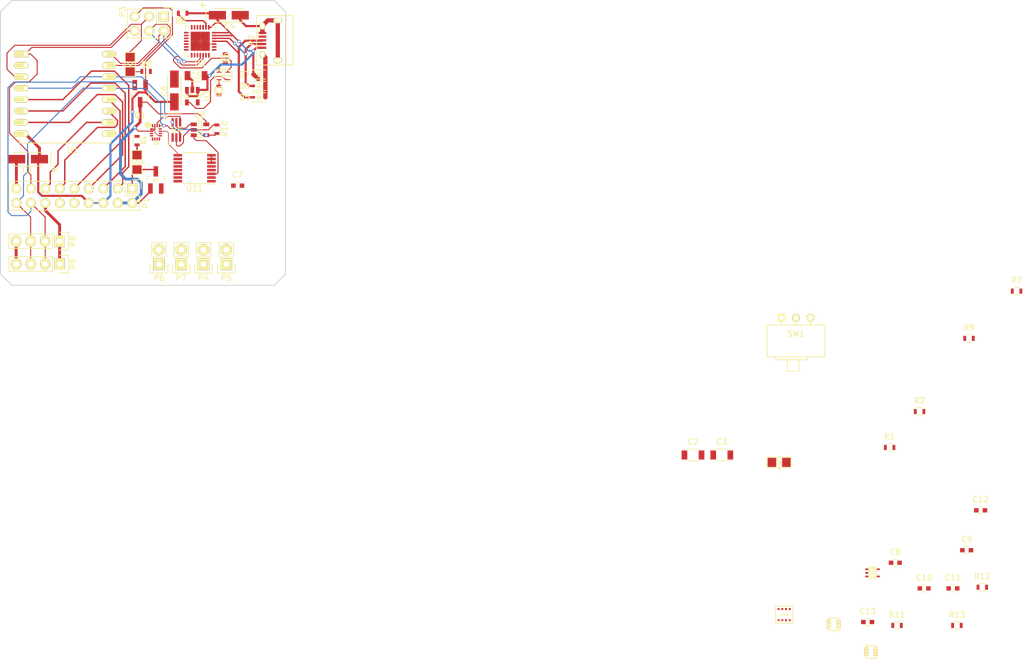
<source format=kicad_pcb>
(kicad_pcb (version 4) (host pcbnew 4.0.2-2.fc24-product)

  (general
    (links 173)
    (no_connects 130)
    (area 49.924999 49.924999 100.075001 100.075001)
    (thickness 1.6)
    (drawings 8)
    (tracks 383)
    (zones 0)
    (modules 56)
    (nets 75)
  )

  (page A4)
  (layers
    (0 F.Cu signal)
    (31 B.Cu signal)
    (32 B.Adhes user)
    (33 F.Adhes user)
    (34 B.Paste user)
    (35 F.Paste user)
    (36 B.SilkS user)
    (37 F.SilkS user)
    (38 B.Mask user)
    (39 F.Mask user)
    (40 Dwgs.User user)
    (41 Cmts.User user)
    (42 Eco1.User user)
    (43 Eco2.User user)
    (44 Edge.Cuts user)
    (45 Margin user)
    (46 B.CrtYd user)
    (47 F.CrtYd user)
    (48 B.Fab user hide)
    (49 F.Fab user hide)
  )

  (setup
    (last_trace_width 0.175)
    (user_trace_width 0.11)
    (user_trace_width 0.175)
    (user_trace_width 0.25)
    (user_trace_width 0.375)
    (user_trace_width 0.5)
    (trace_clearance 0.2)
    (zone_clearance 0.508)
    (zone_45_only no)
    (trace_min 0.1)
    (segment_width 0.2)
    (edge_width 0.15)
    (via_size 0.6)
    (via_drill 0.4)
    (via_min_size 0.4)
    (via_min_drill 0.3)
    (uvia_size 0.3)
    (uvia_drill 0.1)
    (uvias_allowed no)
    (uvia_min_size 0.2)
    (uvia_min_drill 0.1)
    (pcb_text_width 0.3)
    (pcb_text_size 1.5 1.5)
    (mod_edge_width 0.15)
    (mod_text_size 1 1)
    (mod_text_width 0.15)
    (pad_size 1.524 1.524)
    (pad_drill 0.762)
    (pad_to_mask_clearance 0.2)
    (aux_axis_origin 0 0)
    (visible_elements FFFFFF7F)
    (pcbplotparams
      (layerselection 0x00030_80000001)
      (usegerberextensions false)
      (excludeedgelayer true)
      (linewidth 0.100000)
      (plotframeref false)
      (viasonmask false)
      (mode 1)
      (useauxorigin false)
      (hpglpennumber 1)
      (hpglpenspeed 20)
      (hpglpendiameter 15)
      (hpglpenoverlay 2)
      (psnegative false)
      (psa4output false)
      (plotreference true)
      (plotvalue true)
      (plotinvisibletext false)
      (padsonsilk false)
      (subtractmaskfromsilk false)
      (outputformat 1)
      (mirror false)
      (drillshape 1)
      (scaleselection 1)
      (outputdirectory ""))
  )

  (net 0 "")
  (net 1 GND)
  (net 2 /PERM_3V3)
  (net 3 +5V)
  (net 4 +3V3)
  (net 5 "Net-(C8-Pad2)")
  (net 6 "Net-(C13-Pad1)")
  (net 7 "Net-(D1-Pad1)")
  (net 8 "Net-(D3-Pad1)")
  (net 9 "Net-(D4-Pad1)")
  (net 10 /CH_PD)
  (net 11 /USB_D+)
  (net 12 /USB_D-)
  (net 13 /GPIO_2)
  (net 14 /GPIO_3)
  (net 15 /GPIO_4)
  (net 16 /GPIO_5)
  (net 17 /GPIO_6)
  (net 18 /SLEEP_CTRL)
  (net 19 /GPIO_7)
  (net 20 /ESP_RESET)
  (net 21 "/Sensor Mounts/I2C_DATA")
  (net 22 "/Sensor Mounts/I2C_CLOCK")
  (net 23 "Net-(P2-Pad4)")
  (net 24 /FLASH_TX)
  (net 25 /FLASH_RX)
  (net 26 "/Sensor Mounts/SENSE_A")
  (net 27 "/Sensor Mounts/SENSE_B")
  (net 28 "/Sensor Mounts/SENSE_C")
  (net 29 "/Sensor Mounts/SENSE_D")
  (net 30 "/Sensor Mounts/GPIO_TRIG")
  (net 31 "Net-(R3-Pad2)")
  (net 32 "Net-(R5-Pad2)")
  (net 33 "Net-(R6-Pad1)")
  (net 34 "Net-(R10-Pad1)")
  (net 35 "Net-(R11-Pad2)")
  (net 36 "Net-(R12-Pad2)")
  (net 37 "/Sensor Mounts/SENSE_WIRE")
  (net 38 "Net-(U2-Pad1)")
  (net 39 "Net-(U2-Pad2)")
  (net 40 "Net-(U2-Pad10)")
  (net 41 /SLEEP_ST)
  (net 42 "Net-(U2-Pad12)")
  (net 43 "Net-(U2-Pad13)")
  (net 44 "Net-(U2-Pad14)")
  (net 45 "Net-(U2-Pad15)")
  (net 46 "Net-(U2-Pad16)")
  (net 47 "Net-(U2-Pad17)")
  (net 48 "Net-(U2-Pad18)")
  (net 49 "Net-(U2-Pad19)")
  (net 50 "Net-(U2-Pad20)")
  (net 51 "Net-(U2-Pad21)")
  (net 52 "Net-(U2-Pad22)")
  (net 53 "Net-(U2-Pad23)")
  (net 54 "Net-(U2-Pad24)")
  (net 55 "Net-(U2-Pad27)")
  (net 56 "Net-(U2-Pad28)")
  (net 57 "Net-(U3-Pad5)")
  (net 58 "/Sensor Mounts/SENABLE_C")
  (net 59 "/Sensor Mounts/SENABLE_D")
  (net 60 "/Sensor Mounts/SMUX_B")
  (net 61 "/Sensor Mounts/SMUX_A")
  (net 62 "/Sensor Mounts/SMUX_C")
  (net 63 "/Sensor Mounts/SENABLE_B")
  (net 64 "/Sensor Mounts/SENABLE_A")
  (net 65 "/Sensor Mounts/SENSOR_PWR")
  (net 66 "/Sensor Mounts/SENSOR_B")
  (net 67 "/Sensor Mounts/SENSOR_D")
  (net 68 "/Sensor Mounts/MUXED_SENSE")
  (net 69 "Net-(U9-Pad1)")
  (net 70 "Net-(U11-Pad1)")
  (net 71 "Net-(U11-Pad2)")
  (net 72 "Net-(U11-Pad4)")
  (net 73 "Net-(U11-Pad5)")
  (net 74 "/Sensor Mounts/GPIO_1")

  (net_class Default "This is the default net class."
    (clearance 0.2)
    (trace_width 0.25)
    (via_dia 0.6)
    (via_drill 0.4)
    (uvia_dia 0.3)
    (uvia_drill 0.1)
    (add_net +3V3)
    (add_net +5V)
    (add_net /CH_PD)
    (add_net /ESP_RESET)
    (add_net /FLASH_RX)
    (add_net /FLASH_TX)
    (add_net /GPIO_2)
    (add_net /GPIO_3)
    (add_net /GPIO_4)
    (add_net /GPIO_5)
    (add_net /GPIO_6)
    (add_net /GPIO_7)
    (add_net /PERM_3V3)
    (add_net /SLEEP_CTRL)
    (add_net /SLEEP_ST)
    (add_net "/Sensor Mounts/GPIO_1")
    (add_net "/Sensor Mounts/GPIO_TRIG")
    (add_net "/Sensor Mounts/I2C_CLOCK")
    (add_net "/Sensor Mounts/I2C_DATA")
    (add_net "/Sensor Mounts/MUXED_SENSE")
    (add_net "/Sensor Mounts/SENABLE_A")
    (add_net "/Sensor Mounts/SENABLE_B")
    (add_net "/Sensor Mounts/SENABLE_C")
    (add_net "/Sensor Mounts/SENABLE_D")
    (add_net "/Sensor Mounts/SENSE_A")
    (add_net "/Sensor Mounts/SENSE_B")
    (add_net "/Sensor Mounts/SENSE_C")
    (add_net "/Sensor Mounts/SENSE_D")
    (add_net "/Sensor Mounts/SENSE_WIRE")
    (add_net "/Sensor Mounts/SENSOR_B")
    (add_net "/Sensor Mounts/SENSOR_D")
    (add_net "/Sensor Mounts/SENSOR_PWR")
    (add_net "/Sensor Mounts/SMUX_A")
    (add_net "/Sensor Mounts/SMUX_B")
    (add_net "/Sensor Mounts/SMUX_C")
    (add_net /USB_D+)
    (add_net /USB_D-)
    (add_net GND)
    (add_net "Net-(C13-Pad1)")
    (add_net "Net-(C8-Pad2)")
    (add_net "Net-(D1-Pad1)")
    (add_net "Net-(D3-Pad1)")
    (add_net "Net-(D4-Pad1)")
    (add_net "Net-(P2-Pad4)")
    (add_net "Net-(R10-Pad1)")
    (add_net "Net-(R11-Pad2)")
    (add_net "Net-(R12-Pad2)")
    (add_net "Net-(R3-Pad2)")
    (add_net "Net-(R5-Pad2)")
    (add_net "Net-(R6-Pad1)")
    (add_net "Net-(U11-Pad1)")
    (add_net "Net-(U11-Pad2)")
    (add_net "Net-(U11-Pad4)")
    (add_net "Net-(U11-Pad5)")
    (add_net "Net-(U2-Pad1)")
    (add_net "Net-(U2-Pad10)")
    (add_net "Net-(U2-Pad12)")
    (add_net "Net-(U2-Pad13)")
    (add_net "Net-(U2-Pad14)")
    (add_net "Net-(U2-Pad15)")
    (add_net "Net-(U2-Pad16)")
    (add_net "Net-(U2-Pad17)")
    (add_net "Net-(U2-Pad18)")
    (add_net "Net-(U2-Pad19)")
    (add_net "Net-(U2-Pad2)")
    (add_net "Net-(U2-Pad20)")
    (add_net "Net-(U2-Pad21)")
    (add_net "Net-(U2-Pad22)")
    (add_net "Net-(U2-Pad23)")
    (add_net "Net-(U2-Pad24)")
    (add_net "Net-(U2-Pad27)")
    (add_net "Net-(U2-Pad28)")
    (add_net "Net-(U3-Pad5)")
    (add_net "Net-(U9-Pad1)")
  )

  (module Capacitors_Tantalum_SMD:TantalC_SizeA_EIA-3216_HandSoldering (layer F.Cu) (tedit 0) (tstamp 57EF08B9)
    (at 54.85 77.85 180)
    (descr "Tantal Cap. , Size A, EIA-3216, Hand Soldering,")
    (tags "Tantal Cap. , Size A, EIA-3216, Hand Soldering,")
    (path /57EF1873)
    (attr smd)
    (fp_text reference C1 (at 0.05 -1.9 180) (layer F.SilkS)
      (effects (font (size 1 1) (thickness 0.15)))
    )
    (fp_text value 4.7µF (at -0.09906 3.0988 180) (layer F.Fab)
      (effects (font (size 1 1) (thickness 0.15)))
    )
    (fp_text user + (at -4.59994 -1.80086 180) (layer F.SilkS)
      (effects (font (size 1 1) (thickness 0.15)))
    )
    (fp_line (start -2.60096 1.19888) (end 2.60096 1.19888) (layer F.SilkS) (width 0.15))
    (fp_line (start 2.60096 -1.19888) (end -2.60096 -1.19888) (layer F.SilkS) (width 0.15))
    (fp_line (start -4.59994 -2.2987) (end -4.59994 -1.19888) (layer F.SilkS) (width 0.15))
    (fp_line (start -5.19938 -1.79832) (end -4.0005 -1.79832) (layer F.SilkS) (width 0.15))
    (fp_line (start -3.99542 -1.19888) (end -3.99542 1.19888) (layer F.SilkS) (width 0.15))
    (pad 2 smd rect (at 1.99898 0 180) (size 2.99974 1.50114) (layers F.Cu F.Paste F.Mask)
      (net 1 GND))
    (pad 1 smd rect (at -1.99898 0 180) (size 2.99974 1.50114) (layers F.Cu F.Paste F.Mask)
      (net 2 /PERM_3V3))
    (model Capacitors_Tantalum_SMD.3dshapes/TantalC_SizeA_EIA-3216_HandSoldering.wrl
      (at (xyz 0 0 0))
      (scale (xyz 1 1 1))
      (rotate (xyz 0 0 180))
    )
  )

  (module Capacitors_SMD:C_1206 (layer F.Cu) (tedit 5415D7BD) (tstamp 57EF08BF)
    (at 171.435001 129.765)
    (descr "Capacitor SMD 1206, reflow soldering, AVX (see smccp.pdf)")
    (tags "capacitor 1206")
    (path /575FDF47)
    (attr smd)
    (fp_text reference C2 (at 0 -2.3) (layer F.SilkS)
      (effects (font (size 1 1) (thickness 0.15)))
    )
    (fp_text value 1µF (at 0 2.3) (layer F.Fab)
      (effects (font (size 1 1) (thickness 0.15)))
    )
    (fp_line (start -2.3 -1.15) (end 2.3 -1.15) (layer F.CrtYd) (width 0.05))
    (fp_line (start -2.3 1.15) (end 2.3 1.15) (layer F.CrtYd) (width 0.05))
    (fp_line (start -2.3 -1.15) (end -2.3 1.15) (layer F.CrtYd) (width 0.05))
    (fp_line (start 2.3 -1.15) (end 2.3 1.15) (layer F.CrtYd) (width 0.05))
    (fp_line (start 1 -1.025) (end -1 -1.025) (layer F.SilkS) (width 0.15))
    (fp_line (start -1 1.025) (end 1 1.025) (layer F.SilkS) (width 0.15))
    (pad 1 smd rect (at -1.5 0) (size 1 1.6) (layers F.Cu F.Paste F.Mask)
      (net 3 +5V))
    (pad 2 smd rect (at 1.5 0) (size 1 1.6) (layers F.Cu F.Paste F.Mask)
      (net 1 GND))
    (model Capacitors_SMD.3dshapes/C_1206.wrl
      (at (xyz 0 0 0))
      (scale (xyz 1 1 1))
      (rotate (xyz 0 0 0))
    )
  )

  (module Capacitors_SMD:C_1206 (layer F.Cu) (tedit 5415D7BD) (tstamp 57EF08C5)
    (at 176.485001 129.765)
    (descr "Capacitor SMD 1206, reflow soldering, AVX (see smccp.pdf)")
    (tags "capacitor 1206")
    (path /575FEE28)
    (attr smd)
    (fp_text reference C3 (at 0 -2.3) (layer F.SilkS)
      (effects (font (size 1 1) (thickness 0.15)))
    )
    (fp_text value 0.1µF (at 0 2.3) (layer F.Fab)
      (effects (font (size 1 1) (thickness 0.15)))
    )
    (fp_line (start -2.3 -1.15) (end 2.3 -1.15) (layer F.CrtYd) (width 0.05))
    (fp_line (start -2.3 1.15) (end 2.3 1.15) (layer F.CrtYd) (width 0.05))
    (fp_line (start -2.3 -1.15) (end -2.3 1.15) (layer F.CrtYd) (width 0.05))
    (fp_line (start 2.3 -1.15) (end 2.3 1.15) (layer F.CrtYd) (width 0.05))
    (fp_line (start 1 -1.025) (end -1 -1.025) (layer F.SilkS) (width 0.15))
    (fp_line (start -1 1.025) (end 1 1.025) (layer F.SilkS) (width 0.15))
    (pad 1 smd rect (at -1.5 0) (size 1 1.6) (layers F.Cu F.Paste F.Mask)
      (net 1 GND))
    (pad 2 smd rect (at 1.5 0) (size 1 1.6) (layers F.Cu F.Paste F.Mask)
      (net 3 +5V))
    (model Capacitors_SMD.3dshapes/C_1206.wrl
      (at (xyz 0 0 0))
      (scale (xyz 1 1 1))
      (rotate (xyz 0 0 0))
    )
  )

  (module Capacitors_Tantalum_SMD:TantalC_SizeA_EIA-3216_HandSoldering (layer F.Cu) (tedit 0) (tstamp 57EF08CB)
    (at 90.04898 52.6)
    (descr "Tantal Cap. , Size A, EIA-3216, Hand Soldering,")
    (tags "Tantal Cap. , Size A, EIA-3216, Hand Soldering,")
    (path /575FEE9B)
    (attr smd)
    (fp_text reference C4 (at 0.15102 1.9) (layer F.SilkS)
      (effects (font (size 1 1) (thickness 0.15)))
    )
    (fp_text value 4.7µF (at -0.09906 3.0988) (layer F.Fab)
      (effects (font (size 1 1) (thickness 0.15)))
    )
    (fp_text user + (at -4.59994 -1.80086) (layer F.SilkS)
      (effects (font (size 1 1) (thickness 0.15)))
    )
    (fp_line (start -2.60096 1.19888) (end 2.60096 1.19888) (layer F.SilkS) (width 0.15))
    (fp_line (start 2.60096 -1.19888) (end -2.60096 -1.19888) (layer F.SilkS) (width 0.15))
    (fp_line (start -4.59994 -2.2987) (end -4.59994 -1.19888) (layer F.SilkS) (width 0.15))
    (fp_line (start -5.19938 -1.79832) (end -4.0005 -1.79832) (layer F.SilkS) (width 0.15))
    (fp_line (start -3.99542 -1.19888) (end -3.99542 1.19888) (layer F.SilkS) (width 0.15))
    (pad 2 smd rect (at 1.99898 0) (size 2.99974 1.50114) (layers F.Cu F.Paste F.Mask)
      (net 1 GND))
    (pad 1 smd rect (at -1.99898 0) (size 2.99974 1.50114) (layers F.Cu F.Paste F.Mask)
      (net 3 +5V))
    (model Capacitors_Tantalum_SMD.3dshapes/TantalC_SizeA_EIA-3216_HandSoldering.wrl
      (at (xyz 0 0 0))
      (scale (xyz 1 1 1))
      (rotate (xyz 0 0 180))
    )
  )

  (module Capacitors_SMD:C_1206 (layer F.Cu) (tedit 5415D7BD) (tstamp 57EF08D1)
    (at 84.3 63.2)
    (descr "Capacitor SMD 1206, reflow soldering, AVX (see smccp.pdf)")
    (tags "capacitor 1206")
    (path /575F2F05)
    (attr smd)
    (fp_text reference C5 (at 0 0) (layer F.SilkS)
      (effects (font (size 1 1) (thickness 0.15)))
    )
    (fp_text value 0.1µF (at 0 2.3) (layer F.Fab)
      (effects (font (size 1 1) (thickness 0.15)))
    )
    (fp_line (start -2.3 -1.15) (end 2.3 -1.15) (layer F.CrtYd) (width 0.05))
    (fp_line (start -2.3 1.15) (end 2.3 1.15) (layer F.CrtYd) (width 0.05))
    (fp_line (start -2.3 -1.15) (end -2.3 1.15) (layer F.CrtYd) (width 0.05))
    (fp_line (start 2.3 -1.15) (end 2.3 1.15) (layer F.CrtYd) (width 0.05))
    (fp_line (start 1 -1.025) (end -1 -1.025) (layer F.SilkS) (width 0.15))
    (fp_line (start -1 1.025) (end 1 1.025) (layer F.SilkS) (width 0.15))
    (pad 1 smd rect (at -1.5 0) (size 1 1.6) (layers F.Cu F.Paste F.Mask)
      (net 1 GND))
    (pad 2 smd rect (at 1.5 0) (size 1 1.6) (layers F.Cu F.Paste F.Mask)
      (net 3 +5V))
    (model Capacitors_SMD.3dshapes/C_1206.wrl
      (at (xyz 0 0 0))
      (scale (xyz 1 1 1))
      (rotate (xyz 0 0 0))
    )
  )

  (module Capacitors_Tantalum_SMD:TantalC_SizeA_EIA-3216_HandSoldering (layer F.Cu) (tedit 0) (tstamp 57EF08D7)
    (at 80.5 65.8 90)
    (descr "Tantal Cap. , Size A, EIA-3216, Hand Soldering,")
    (tags "Tantal Cap. , Size A, EIA-3216, Hand Soldering,")
    (path /57EF2355)
    (attr smd)
    (fp_text reference C6 (at -0.1 -1.8 90) (layer F.SilkS)
      (effects (font (size 1 1) (thickness 0.15)))
    )
    (fp_text value 4.7µF (at -0.09906 3.0988 90) (layer F.Fab)
      (effects (font (size 1 1) (thickness 0.15)))
    )
    (fp_text user + (at -4.59994 -1.80086 90) (layer F.SilkS)
      (effects (font (size 1 1) (thickness 0.15)))
    )
    (fp_line (start -2.60096 1.19888) (end 2.60096 1.19888) (layer F.SilkS) (width 0.15))
    (fp_line (start 2.60096 -1.19888) (end -2.60096 -1.19888) (layer F.SilkS) (width 0.15))
    (fp_line (start -4.59994 -2.2987) (end -4.59994 -1.19888) (layer F.SilkS) (width 0.15))
    (fp_line (start -5.19938 -1.79832) (end -4.0005 -1.79832) (layer F.SilkS) (width 0.15))
    (fp_line (start -3.99542 -1.19888) (end -3.99542 1.19888) (layer F.SilkS) (width 0.15))
    (pad 2 smd rect (at 1.99898 0 90) (size 2.99974 1.50114) (layers F.Cu F.Paste F.Mask)
      (net 1 GND))
    (pad 1 smd rect (at -1.99898 0 90) (size 2.99974 1.50114) (layers F.Cu F.Paste F.Mask)
      (net 2 /PERM_3V3))
    (model Capacitors_Tantalum_SMD.3dshapes/TantalC_SizeA_EIA-3216_HandSoldering.wrl
      (at (xyz 0 0 0))
      (scale (xyz 1 1 1))
      (rotate (xyz 0 0 180))
    )
  )

  (module base_types:knightbright_3216 (layer F.Cu) (tedit 57EEEB2E) (tstamp 57EF0907)
    (at 73.95 78.4 90)
    (path /574647D8)
    (fp_text reference D1 (at 0.0127 1.20142 90) (layer F.SilkS)
      (effects (font (size 0.25 0.25) (thickness 0.0625)))
    )
    (fp_text value LED (at 0 -3.81 90) (layer F.Fab)
      (effects (font (size 1 1) (thickness 0.15)))
    )
    (fp_line (start -2.1 -0.9) (end 2.1 -0.9) (layer F.SilkS) (width 0.15))
    (fp_line (start 2.1 -0.9) (end 2.1 0.9) (layer F.SilkS) (width 0.15))
    (fp_line (start 2.1 0.9) (end -2.1 0.9) (layer F.SilkS) (width 0.15))
    (fp_line (start -2.1 0.9) (end -2.1 -0.9) (layer F.SilkS) (width 0.15))
    (fp_line (start 0.4 -0.6) (end 0.4 0.6) (layer F.SilkS) (width 0.15))
    (fp_line (start -0.4 -0.5) (end -0.4 0.5) (layer F.SilkS) (width 0.15))
    (fp_line (start -0.4 0.5) (end 0.4 0) (layer F.SilkS) (width 0.15))
    (fp_line (start 0.4 0) (end -0.4 -0.5) (layer F.SilkS) (width 0.15))
    (pad 1 smd rect (at 1.275 0 90) (size 1.5 1.6) (layers F.Cu F.Paste F.Mask)
      (net 7 "Net-(D1-Pad1)"))
    (pad 2 smd rect (at -1.275 0 90) (size 1.5 1.6) (layers F.Cu F.Paste F.Mask)
      (net 74 "/Sensor Mounts/GPIO_1"))
  )

  (module base_types:knightbright_3216 (layer F.Cu) (tedit 57EEEB2E) (tstamp 57EF090D)
    (at 186.545001 131.065)
    (path /57ECDE04)
    (fp_text reference D3 (at 0.0127 1.20142) (layer F.SilkS)
      (effects (font (size 0.25 0.25) (thickness 0.0625)))
    )
    (fp_text value LED (at 0 -3.81) (layer F.Fab)
      (effects (font (size 1 1) (thickness 0.15)))
    )
    (fp_line (start -2.1 -0.9) (end 2.1 -0.9) (layer F.SilkS) (width 0.15))
    (fp_line (start 2.1 -0.9) (end 2.1 0.9) (layer F.SilkS) (width 0.15))
    (fp_line (start 2.1 0.9) (end -2.1 0.9) (layer F.SilkS) (width 0.15))
    (fp_line (start -2.1 0.9) (end -2.1 -0.9) (layer F.SilkS) (width 0.15))
    (fp_line (start 0.4 -0.6) (end 0.4 0.6) (layer F.SilkS) (width 0.15))
    (fp_line (start -0.4 -0.5) (end -0.4 0.5) (layer F.SilkS) (width 0.15))
    (fp_line (start -0.4 0.5) (end 0.4 0) (layer F.SilkS) (width 0.15))
    (fp_line (start 0.4 0) (end -0.4 -0.5) (layer F.SilkS) (width 0.15))
    (pad 1 smd rect (at 1.275 0) (size 1.5 1.6) (layers F.Cu F.Paste F.Mask)
      (net 8 "Net-(D3-Pad1)"))
    (pad 2 smd rect (at -1.275 0) (size 1.5 1.6) (layers F.Cu F.Paste F.Mask)
      (net 3 +5V))
  )

  (module base_types:knightbright_3216 (layer F.Cu) (tedit 57EEEB2E) (tstamp 57EF0913)
    (at 72.75 61.225 270)
    (path /57EC13AB)
    (fp_text reference D4 (at 0.0127 1.20142 270) (layer F.SilkS)
      (effects (font (size 0.25 0.25) (thickness 0.0625)))
    )
    (fp_text value LED (at 0 -3.81 270) (layer F.Fab)
      (effects (font (size 1 1) (thickness 0.15)))
    )
    (fp_line (start -2.1 -0.9) (end 2.1 -0.9) (layer F.SilkS) (width 0.15))
    (fp_line (start 2.1 -0.9) (end 2.1 0.9) (layer F.SilkS) (width 0.15))
    (fp_line (start 2.1 0.9) (end -2.1 0.9) (layer F.SilkS) (width 0.15))
    (fp_line (start -2.1 0.9) (end -2.1 -0.9) (layer F.SilkS) (width 0.15))
    (fp_line (start 0.4 -0.6) (end 0.4 0.6) (layer F.SilkS) (width 0.15))
    (fp_line (start -0.4 -0.5) (end -0.4 0.5) (layer F.SilkS) (width 0.15))
    (fp_line (start -0.4 0.5) (end 0.4 0) (layer F.SilkS) (width 0.15))
    (fp_line (start 0.4 0) (end -0.4 -0.5) (layer F.SilkS) (width 0.15))
    (pad 1 smd rect (at 1.275 0 270) (size 1.5 1.6) (layers F.Cu F.Paste F.Mask)
      (net 9 "Net-(D4-Pad1)"))
    (pad 2 smd rect (at -1.275 0 270) (size 1.5 1.6) (layers F.Cu F.Paste F.Mask)
      (net 10 /CH_PD))
  )

  (module Diodes_SMD:SOD-323 (layer F.Cu) (tedit 5530FC5E) (tstamp 57EF0919)
    (at 95.4 67)
    (descr SOD-323)
    (tags SOD-323)
    (path /5746872E)
    (attr smd)
    (fp_text reference D5 (at -2.6 0) (layer F.SilkS)
      (effects (font (size 1 1) (thickness 0.15)))
    )
    (fp_text value Zener (at 0.1 1.9) (layer F.Fab)
      (effects (font (size 1 1) (thickness 0.15)))
    )
    (fp_line (start 0.25 0) (end 0.5 0) (layer F.SilkS) (width 0.15))
    (fp_line (start -0.25 0) (end -0.5 0) (layer F.SilkS) (width 0.15))
    (fp_line (start -0.25 0) (end 0.25 -0.35) (layer F.SilkS) (width 0.15))
    (fp_line (start 0.25 -0.35) (end 0.25 0.35) (layer F.SilkS) (width 0.15))
    (fp_line (start 0.25 0.35) (end -0.25 0) (layer F.SilkS) (width 0.15))
    (fp_line (start -0.25 -0.35) (end -0.25 0.35) (layer F.SilkS) (width 0.15))
    (fp_line (start -1.5 -0.95) (end 1.5 -0.95) (layer F.CrtYd) (width 0.05))
    (fp_line (start 1.5 -0.95) (end 1.5 0.95) (layer F.CrtYd) (width 0.05))
    (fp_line (start -1.5 0.95) (end 1.5 0.95) (layer F.CrtYd) (width 0.05))
    (fp_line (start -1.5 -0.95) (end -1.5 0.95) (layer F.CrtYd) (width 0.05))
    (fp_line (start -1.3 0.8) (end 1.1 0.8) (layer F.SilkS) (width 0.15))
    (fp_line (start -1.3 -0.8) (end 1.1 -0.8) (layer F.SilkS) (width 0.15))
    (pad 1 smd rect (at -1.055 0) (size 0.59 0.45) (layers F.Cu F.Paste F.Mask)
      (net 11 /USB_D+))
    (pad 2 smd rect (at 1.055 0) (size 0.59 0.45) (layers F.Cu F.Paste F.Mask)
      (net 1 GND))
  )

  (module Diodes_SMD:SOD-323 (layer F.Cu) (tedit 5530FC5E) (tstamp 57EF091F)
    (at 95.4 65)
    (descr SOD-323)
    (tags SOD-323)
    (path /57468791)
    (attr smd)
    (fp_text reference D6 (at -2.6 0) (layer F.SilkS)
      (effects (font (size 1 1) (thickness 0.15)))
    )
    (fp_text value Zener (at 0.1 1.9) (layer F.Fab)
      (effects (font (size 1 1) (thickness 0.15)))
    )
    (fp_line (start 0.25 0) (end 0.5 0) (layer F.SilkS) (width 0.15))
    (fp_line (start -0.25 0) (end -0.5 0) (layer F.SilkS) (width 0.15))
    (fp_line (start -0.25 0) (end 0.25 -0.35) (layer F.SilkS) (width 0.15))
    (fp_line (start 0.25 -0.35) (end 0.25 0.35) (layer F.SilkS) (width 0.15))
    (fp_line (start 0.25 0.35) (end -0.25 0) (layer F.SilkS) (width 0.15))
    (fp_line (start -0.25 -0.35) (end -0.25 0.35) (layer F.SilkS) (width 0.15))
    (fp_line (start -1.5 -0.95) (end 1.5 -0.95) (layer F.CrtYd) (width 0.05))
    (fp_line (start 1.5 -0.95) (end 1.5 0.95) (layer F.CrtYd) (width 0.05))
    (fp_line (start -1.5 0.95) (end 1.5 0.95) (layer F.CrtYd) (width 0.05))
    (fp_line (start -1.5 -0.95) (end -1.5 0.95) (layer F.CrtYd) (width 0.05))
    (fp_line (start -1.3 0.8) (end 1.1 0.8) (layer F.SilkS) (width 0.15))
    (fp_line (start -1.3 -0.8) (end 1.1 -0.8) (layer F.SilkS) (width 0.15))
    (pad 1 smd rect (at -1.055 0) (size 0.59 0.45) (layers F.Cu F.Paste F.Mask)
      (net 12 /USB_D-))
    (pad 2 smd rect (at 1.055 0) (size 0.59 0.45) (layers F.Cu F.Paste F.Mask)
      (net 1 GND))
  )

  (module Diodes_SMD:SOD-323 (layer F.Cu) (tedit 5530FC5E) (tstamp 57EF0925)
    (at 95.4 63)
    (descr SOD-323)
    (tags SOD-323)
    (path /574687EC)
    (attr smd)
    (fp_text reference D7 (at -2.6 0) (layer F.SilkS)
      (effects (font (size 1 1) (thickness 0.15)))
    )
    (fp_text value Zener (at 0.1 1.9) (layer F.Fab)
      (effects (font (size 1 1) (thickness 0.15)))
    )
    (fp_line (start 0.25 0) (end 0.5 0) (layer F.SilkS) (width 0.15))
    (fp_line (start -0.25 0) (end -0.5 0) (layer F.SilkS) (width 0.15))
    (fp_line (start -0.25 0) (end 0.25 -0.35) (layer F.SilkS) (width 0.15))
    (fp_line (start 0.25 -0.35) (end 0.25 0.35) (layer F.SilkS) (width 0.15))
    (fp_line (start 0.25 0.35) (end -0.25 0) (layer F.SilkS) (width 0.15))
    (fp_line (start -0.25 -0.35) (end -0.25 0.35) (layer F.SilkS) (width 0.15))
    (fp_line (start -1.5 -0.95) (end 1.5 -0.95) (layer F.CrtYd) (width 0.05))
    (fp_line (start 1.5 -0.95) (end 1.5 0.95) (layer F.CrtYd) (width 0.05))
    (fp_line (start -1.5 0.95) (end 1.5 0.95) (layer F.CrtYd) (width 0.05))
    (fp_line (start -1.5 -0.95) (end -1.5 0.95) (layer F.CrtYd) (width 0.05))
    (fp_line (start -1.3 0.8) (end 1.1 0.8) (layer F.SilkS) (width 0.15))
    (fp_line (start -1.3 -0.8) (end 1.1 -0.8) (layer F.SilkS) (width 0.15))
    (pad 1 smd rect (at -1.055 0) (size 0.59 0.45) (layers F.Cu F.Paste F.Mask)
      (net 3 +5V))
    (pad 2 smd rect (at 1.055 0) (size 0.59 0.45) (layers F.Cu F.Paste F.Mask)
      (net 1 GND))
  )

  (module Pin_Headers:Pin_Header_Straight_2x09 (layer F.Cu) (tedit 0) (tstamp 57EF093B)
    (at 73.12 83 270)
    (descr "Through hole pin header")
    (tags "pin header")
    (path /57EC8605)
    (fp_text reference P1 (at 2.54 -2.38 450) (layer F.SilkS)
      (effects (font (size 1 1) (thickness 0.15)))
    )
    (fp_text value CONN_02X09 (at 0 -3.1 270) (layer F.Fab)
      (effects (font (size 1 1) (thickness 0.15)))
    )
    (fp_line (start -1.75 -1.75) (end -1.75 22.1) (layer F.CrtYd) (width 0.05))
    (fp_line (start 4.3 -1.75) (end 4.3 22.1) (layer F.CrtYd) (width 0.05))
    (fp_line (start -1.75 -1.75) (end 4.3 -1.75) (layer F.CrtYd) (width 0.05))
    (fp_line (start -1.75 22.1) (end 4.3 22.1) (layer F.CrtYd) (width 0.05))
    (fp_line (start 3.81 21.59) (end 3.81 -1.27) (layer F.SilkS) (width 0.15))
    (fp_line (start -1.27 1.27) (end -1.27 21.59) (layer F.SilkS) (width 0.15))
    (fp_line (start 3.81 21.59) (end -1.27 21.59) (layer F.SilkS) (width 0.15))
    (fp_line (start 3.81 -1.27) (end 1.27 -1.27) (layer F.SilkS) (width 0.15))
    (fp_line (start 0 -1.55) (end -1.55 -1.55) (layer F.SilkS) (width 0.15))
    (fp_line (start 1.27 -1.27) (end 1.27 1.27) (layer F.SilkS) (width 0.15))
    (fp_line (start 1.27 1.27) (end -1.27 1.27) (layer F.SilkS) (width 0.15))
    (fp_line (start -1.55 -1.55) (end -1.55 0) (layer F.SilkS) (width 0.15))
    (pad 1 thru_hole rect (at 0 0 270) (size 1.7272 1.7272) (drill 1.016) (layers *.Cu *.Mask F.SilkS)
      (net 74 "/Sensor Mounts/GPIO_1"))
    (pad 2 thru_hole oval (at 2.54 0 270) (size 1.7272 1.7272) (drill 1.016) (layers *.Cu *.Mask F.SilkS)
      (net 4 +3V3))
    (pad 3 thru_hole oval (at 0 2.54 270) (size 1.7272 1.7272) (drill 1.016) (layers *.Cu *.Mask F.SilkS)
      (net 13 /GPIO_2))
    (pad 4 thru_hole oval (at 2.54 2.54 270) (size 1.7272 1.7272) (drill 1.016) (layers *.Cu *.Mask F.SilkS)
      (net 4 +3V3))
    (pad 5 thru_hole oval (at 0 5.08 270) (size 1.7272 1.7272) (drill 1.016) (layers *.Cu *.Mask F.SilkS)
      (net 14 /GPIO_3))
    (pad 6 thru_hole oval (at 2.54 5.08 270) (size 1.7272 1.7272) (drill 1.016) (layers *.Cu *.Mask F.SilkS)
      (net 2 /PERM_3V3))
    (pad 7 thru_hole oval (at 0 7.62 270) (size 1.7272 1.7272) (drill 1.016) (layers *.Cu *.Mask F.SilkS)
      (net 15 /GPIO_4))
    (pad 8 thru_hole oval (at 2.54 7.62 270) (size 1.7272 1.7272) (drill 1.016) (layers *.Cu *.Mask F.SilkS)
      (net 2 /PERM_3V3))
    (pad 9 thru_hole oval (at 0 10.16 270) (size 1.7272 1.7272) (drill 1.016) (layers *.Cu *.Mask F.SilkS)
      (net 16 /GPIO_5))
    (pad 10 thru_hole oval (at 2.54 10.16 270) (size 1.7272 1.7272) (drill 1.016) (layers *.Cu *.Mask F.SilkS)
      (net 3 +5V))
    (pad 11 thru_hole oval (at 0 12.7 270) (size 1.7272 1.7272) (drill 1.016) (layers *.Cu *.Mask F.SilkS)
      (net 17 /GPIO_6))
    (pad 12 thru_hole oval (at 2.54 12.7 270) (size 1.7272 1.7272) (drill 1.016) (layers *.Cu *.Mask F.SilkS)
      (net 18 /SLEEP_CTRL))
    (pad 13 thru_hole oval (at 0 15.24 270) (size 1.7272 1.7272) (drill 1.016) (layers *.Cu *.Mask F.SilkS)
      (net 19 /GPIO_7))
    (pad 14 thru_hole oval (at 2.54 15.24 270) (size 1.7272 1.7272) (drill 1.016) (layers *.Cu *.Mask F.SilkS)
      (net 1 GND))
    (pad 15 thru_hole oval (at 0 17.78 270) (size 1.7272 1.7272) (drill 1.016) (layers *.Cu *.Mask F.SilkS)
      (net 20 /ESP_RESET))
    (pad 16 thru_hole oval (at 2.54 17.78 270) (size 1.7272 1.7272) (drill 1.016) (layers *.Cu *.Mask F.SilkS)
      (net 21 "/Sensor Mounts/I2C_DATA"))
    (pad 17 thru_hole oval (at 0 20.32 270) (size 1.7272 1.7272) (drill 1.016) (layers *.Cu *.Mask F.SilkS)
      (net 1 GND))
    (pad 18 thru_hole oval (at 2.54 20.32 270) (size 1.7272 1.7272) (drill 1.016) (layers *.Cu *.Mask F.SilkS)
      (net 22 "/Sensor Mounts/I2C_CLOCK"))
    (model Pin_Headers.3dshapes/Pin_Header_Straight_2x09.wrl
      (at (xyz 0.05 -0.4 0))
      (scale (xyz 1 1 1))
      (rotate (xyz 0 0 90))
    )
  )

  (module Connect:USB_Micro-B (layer F.Cu) (tedit 5543E447) (tstamp 57EF0948)
    (at 97.5 57 90)
    (descr "Micro USB Type B Receptacle")
    (tags "USB USB_B USB_micro USB_OTG")
    (path /57467B0B)
    (attr smd)
    (fp_text reference P2 (at 0 -3.45 90) (layer F.SilkS)
      (effects (font (size 1 1) (thickness 0.15)))
    )
    (fp_text value USB_OTG (at 0 4.8 90) (layer F.Fab)
      (effects (font (size 1 1) (thickness 0.15)))
    )
    (fp_line (start -4.6 -2.8) (end 4.6 -2.8) (layer F.CrtYd) (width 0.05))
    (fp_line (start 4.6 -2.8) (end 4.6 4.05) (layer F.CrtYd) (width 0.05))
    (fp_line (start 4.6 4.05) (end -4.6 4.05) (layer F.CrtYd) (width 0.05))
    (fp_line (start -4.6 4.05) (end -4.6 -2.8) (layer F.CrtYd) (width 0.05))
    (fp_line (start -4.3509 3.81746) (end 4.3491 3.81746) (layer F.SilkS) (width 0.15))
    (fp_line (start -4.3509 -2.58754) (end 4.3491 -2.58754) (layer F.SilkS) (width 0.15))
    (fp_line (start 4.3491 -2.58754) (end 4.3491 3.81746) (layer F.SilkS) (width 0.15))
    (fp_line (start 4.3491 2.58746) (end -4.3509 2.58746) (layer F.SilkS) (width 0.15))
    (fp_line (start -4.3509 3.81746) (end -4.3509 -2.58754) (layer F.SilkS) (width 0.15))
    (pad 1 smd rect (at -1.3009 -1.56254 180) (size 1.35 0.4) (layers F.Cu F.Paste F.Mask)
      (net 3 +5V))
    (pad 2 smd rect (at -0.6509 -1.56254 180) (size 1.35 0.4) (layers F.Cu F.Paste F.Mask)
      (net 12 /USB_D-))
    (pad 3 smd rect (at -0.0009 -1.56254 180) (size 1.35 0.4) (layers F.Cu F.Paste F.Mask)
      (net 11 /USB_D+))
    (pad 4 smd rect (at 0.6491 -1.56254 180) (size 1.35 0.4) (layers F.Cu F.Paste F.Mask)
      (net 23 "Net-(P2-Pad4)"))
    (pad 5 smd rect (at 1.2991 -1.56254 180) (size 1.35 0.4) (layers F.Cu F.Paste F.Mask)
      (net 1 GND))
    (pad 6 thru_hole oval (at -2.5009 -1.56254 180) (size 0.95 1.25) (drill oval 0.55 0.85) (layers *.Cu *.Mask F.SilkS)
      (net 1 GND))
    (pad 6 thru_hole oval (at 2.4991 -1.56254 180) (size 0.95 1.25) (drill oval 0.55 0.85) (layers *.Cu *.Mask F.SilkS)
      (net 1 GND))
    (pad 6 thru_hole oval (at -3.5009 1.13746 180) (size 1.55 1) (drill oval 1.15 0.5) (layers *.Cu *.Mask F.SilkS)
      (net 1 GND))
    (pad 6 thru_hole oval (at 3.4991 1.13746 180) (size 1.55 1) (drill oval 1.15 0.5) (layers *.Cu *.Mask F.SilkS)
      (net 1 GND))
  )

  (module Pin_Headers:Pin_Header_Straight_2x03 (layer F.Cu) (tedit 54EA0A4B) (tstamp 57EF0952)
    (at 78.64 52.8 270)
    (descr "Through hole pin header")
    (tags "pin header")
    (path /575E5091)
    (fp_text reference P3 (at -0.8 7.24 270) (layer F.SilkS)
      (effects (font (size 1 1) (thickness 0.15)))
    )
    (fp_text value CONN_02X03 (at 0 -3.1 270) (layer F.Fab)
      (effects (font (size 1 1) (thickness 0.15)))
    )
    (fp_line (start -1.27 1.27) (end -1.27 6.35) (layer F.SilkS) (width 0.15))
    (fp_line (start -1.55 -1.55) (end 0 -1.55) (layer F.SilkS) (width 0.15))
    (fp_line (start -1.75 -1.75) (end -1.75 6.85) (layer F.CrtYd) (width 0.05))
    (fp_line (start 4.3 -1.75) (end 4.3 6.85) (layer F.CrtYd) (width 0.05))
    (fp_line (start -1.75 -1.75) (end 4.3 -1.75) (layer F.CrtYd) (width 0.05))
    (fp_line (start -1.75 6.85) (end 4.3 6.85) (layer F.CrtYd) (width 0.05))
    (fp_line (start 1.27 -1.27) (end 1.27 1.27) (layer F.SilkS) (width 0.15))
    (fp_line (start 1.27 1.27) (end -1.27 1.27) (layer F.SilkS) (width 0.15))
    (fp_line (start -1.27 6.35) (end 3.81 6.35) (layer F.SilkS) (width 0.15))
    (fp_line (start 3.81 6.35) (end 3.81 1.27) (layer F.SilkS) (width 0.15))
    (fp_line (start -1.55 -1.55) (end -1.55 0) (layer F.SilkS) (width 0.15))
    (fp_line (start 3.81 -1.27) (end 1.27 -1.27) (layer F.SilkS) (width 0.15))
    (fp_line (start 3.81 1.27) (end 3.81 -1.27) (layer F.SilkS) (width 0.15))
    (pad 1 thru_hole rect (at 0 0 270) (size 1.7272 1.7272) (drill 1.016) (layers *.Cu *.Mask F.SilkS)
      (net 1 GND))
    (pad 2 thru_hole oval (at 2.54 0 270) (size 1.7272 1.7272) (drill 1.016) (layers *.Cu *.Mask F.SilkS)
      (net 24 /FLASH_TX))
    (pad 3 thru_hole oval (at 0 2.54 270) (size 1.7272 1.7272) (drill 1.016) (layers *.Cu *.Mask F.SilkS)
      (net 10 /CH_PD))
    (pad 4 thru_hole oval (at 2.54 2.54 270) (size 1.7272 1.7272) (drill 1.016) (layers *.Cu *.Mask F.SilkS)
      (net 25 /FLASH_RX))
    (pad 5 thru_hole oval (at 0 5.08 270) (size 1.7272 1.7272) (drill 1.016) (layers *.Cu *.Mask F.SilkS)
      (net 2 /PERM_3V3))
    (pad 6 thru_hole oval (at 2.54 5.08 270) (size 1.7272 1.7272) (drill 1.016) (layers *.Cu *.Mask F.SilkS)
      (net 20 /ESP_RESET))
    (model Pin_Headers.3dshapes/Pin_Header_Straight_2x03.wrl
      (at (xyz 0.05 -0.1 0))
      (scale (xyz 1 1 1))
      (rotate (xyz 0 0 90))
    )
  )

  (module Pin_Headers:Pin_Header_Straight_1x02 (layer F.Cu) (tedit 54EA090C) (tstamp 57EF0958)
    (at 85.6 96.3 180)
    (descr "Through hole pin header")
    (tags "pin header")
    (path /5744BD50/5744E3E7)
    (fp_text reference P4 (at 0 -2.4 180) (layer F.SilkS)
      (effects (font (size 1 1) (thickness 0.15)))
    )
    (fp_text value CONN_01X02 (at 0 -3.1 180) (layer F.Fab)
      (effects (font (size 1 1) (thickness 0.15)))
    )
    (fp_line (start 1.27 1.27) (end 1.27 3.81) (layer F.SilkS) (width 0.15))
    (fp_line (start 1.55 -1.55) (end 1.55 0) (layer F.SilkS) (width 0.15))
    (fp_line (start -1.75 -1.75) (end -1.75 4.3) (layer F.CrtYd) (width 0.05))
    (fp_line (start 1.75 -1.75) (end 1.75 4.3) (layer F.CrtYd) (width 0.05))
    (fp_line (start -1.75 -1.75) (end 1.75 -1.75) (layer F.CrtYd) (width 0.05))
    (fp_line (start -1.75 4.3) (end 1.75 4.3) (layer F.CrtYd) (width 0.05))
    (fp_line (start 1.27 1.27) (end -1.27 1.27) (layer F.SilkS) (width 0.15))
    (fp_line (start -1.55 0) (end -1.55 -1.55) (layer F.SilkS) (width 0.15))
    (fp_line (start -1.55 -1.55) (end 1.55 -1.55) (layer F.SilkS) (width 0.15))
    (fp_line (start -1.27 1.27) (end -1.27 3.81) (layer F.SilkS) (width 0.15))
    (fp_line (start -1.27 3.81) (end 1.27 3.81) (layer F.SilkS) (width 0.15))
    (pad 1 thru_hole rect (at 0 0 180) (size 2.032 2.032) (drill 1.016) (layers *.Cu *.Mask F.SilkS)
      (net 1 GND))
    (pad 2 thru_hole oval (at 0 2.54 180) (size 2.032 2.032) (drill 1.016) (layers *.Cu *.Mask F.SilkS)
      (net 26 "/Sensor Mounts/SENSE_A"))
    (model Pin_Headers.3dshapes/Pin_Header_Straight_1x02.wrl
      (at (xyz 0 -0.05 0))
      (scale (xyz 1 1 1))
      (rotate (xyz 0 0 90))
    )
  )

  (module Pin_Headers:Pin_Header_Straight_1x02 (layer F.Cu) (tedit 54EA090C) (tstamp 57EF095E)
    (at 89.6 96.3 180)
    (descr "Through hole pin header")
    (tags "pin header")
    (path /5744BD50/5744E7AA)
    (fp_text reference P5 (at 0 -2.4 180) (layer F.SilkS)
      (effects (font (size 1 1) (thickness 0.15)))
    )
    (fp_text value CONN_01X02 (at 0 -3.1 180) (layer F.Fab)
      (effects (font (size 1 1) (thickness 0.15)))
    )
    (fp_line (start 1.27 1.27) (end 1.27 3.81) (layer F.SilkS) (width 0.15))
    (fp_line (start 1.55 -1.55) (end 1.55 0) (layer F.SilkS) (width 0.15))
    (fp_line (start -1.75 -1.75) (end -1.75 4.3) (layer F.CrtYd) (width 0.05))
    (fp_line (start 1.75 -1.75) (end 1.75 4.3) (layer F.CrtYd) (width 0.05))
    (fp_line (start -1.75 -1.75) (end 1.75 -1.75) (layer F.CrtYd) (width 0.05))
    (fp_line (start -1.75 4.3) (end 1.75 4.3) (layer F.CrtYd) (width 0.05))
    (fp_line (start 1.27 1.27) (end -1.27 1.27) (layer F.SilkS) (width 0.15))
    (fp_line (start -1.55 0) (end -1.55 -1.55) (layer F.SilkS) (width 0.15))
    (fp_line (start -1.55 -1.55) (end 1.55 -1.55) (layer F.SilkS) (width 0.15))
    (fp_line (start -1.27 1.27) (end -1.27 3.81) (layer F.SilkS) (width 0.15))
    (fp_line (start -1.27 3.81) (end 1.27 3.81) (layer F.SilkS) (width 0.15))
    (pad 1 thru_hole rect (at 0 0 180) (size 2.032 2.032) (drill 1.016) (layers *.Cu *.Mask F.SilkS)
      (net 1 GND))
    (pad 2 thru_hole oval (at 0 2.54 180) (size 2.032 2.032) (drill 1.016) (layers *.Cu *.Mask F.SilkS)
      (net 27 "/Sensor Mounts/SENSE_B"))
    (model Pin_Headers.3dshapes/Pin_Header_Straight_1x02.wrl
      (at (xyz 0 -0.05 0))
      (scale (xyz 1 1 1))
      (rotate (xyz 0 0 90))
    )
  )

  (module Pin_Headers:Pin_Header_Straight_1x02 (layer F.Cu) (tedit 54EA090C) (tstamp 57EF0964)
    (at 77.8 96.3 180)
    (descr "Through hole pin header")
    (tags "pin header")
    (path /5744BD50/5744E94D)
    (fp_text reference P6 (at 0 -2.4 180) (layer F.SilkS)
      (effects (font (size 1 1) (thickness 0.15)))
    )
    (fp_text value CONN_01X02 (at 0 -3.1 180) (layer F.Fab)
      (effects (font (size 1 1) (thickness 0.15)))
    )
    (fp_line (start 1.27 1.27) (end 1.27 3.81) (layer F.SilkS) (width 0.15))
    (fp_line (start 1.55 -1.55) (end 1.55 0) (layer F.SilkS) (width 0.15))
    (fp_line (start -1.75 -1.75) (end -1.75 4.3) (layer F.CrtYd) (width 0.05))
    (fp_line (start 1.75 -1.75) (end 1.75 4.3) (layer F.CrtYd) (width 0.05))
    (fp_line (start -1.75 -1.75) (end 1.75 -1.75) (layer F.CrtYd) (width 0.05))
    (fp_line (start -1.75 4.3) (end 1.75 4.3) (layer F.CrtYd) (width 0.05))
    (fp_line (start 1.27 1.27) (end -1.27 1.27) (layer F.SilkS) (width 0.15))
    (fp_line (start -1.55 0) (end -1.55 -1.55) (layer F.SilkS) (width 0.15))
    (fp_line (start -1.55 -1.55) (end 1.55 -1.55) (layer F.SilkS) (width 0.15))
    (fp_line (start -1.27 1.27) (end -1.27 3.81) (layer F.SilkS) (width 0.15))
    (fp_line (start -1.27 3.81) (end 1.27 3.81) (layer F.SilkS) (width 0.15))
    (pad 1 thru_hole rect (at 0 0 180) (size 2.032 2.032) (drill 1.016) (layers *.Cu *.Mask F.SilkS)
      (net 1 GND))
    (pad 2 thru_hole oval (at 0 2.54 180) (size 2.032 2.032) (drill 1.016) (layers *.Cu *.Mask F.SilkS)
      (net 28 "/Sensor Mounts/SENSE_C"))
    (model Pin_Headers.3dshapes/Pin_Header_Straight_1x02.wrl
      (at (xyz 0 -0.05 0))
      (scale (xyz 1 1 1))
      (rotate (xyz 0 0 90))
    )
  )

  (module Pin_Headers:Pin_Header_Straight_1x02 (layer F.Cu) (tedit 54EA090C) (tstamp 57EF096A)
    (at 81.7 96.3 180)
    (descr "Through hole pin header")
    (tags "pin header")
    (path /5744BD50/5744EA3D)
    (fp_text reference P7 (at 0 -2.4 180) (layer F.SilkS)
      (effects (font (size 1 1) (thickness 0.15)))
    )
    (fp_text value CONN_01X02 (at 0 -3.1 180) (layer F.Fab)
      (effects (font (size 1 1) (thickness 0.15)))
    )
    (fp_line (start 1.27 1.27) (end 1.27 3.81) (layer F.SilkS) (width 0.15))
    (fp_line (start 1.55 -1.55) (end 1.55 0) (layer F.SilkS) (width 0.15))
    (fp_line (start -1.75 -1.75) (end -1.75 4.3) (layer F.CrtYd) (width 0.05))
    (fp_line (start 1.75 -1.75) (end 1.75 4.3) (layer F.CrtYd) (width 0.05))
    (fp_line (start -1.75 -1.75) (end 1.75 -1.75) (layer F.CrtYd) (width 0.05))
    (fp_line (start -1.75 4.3) (end 1.75 4.3) (layer F.CrtYd) (width 0.05))
    (fp_line (start 1.27 1.27) (end -1.27 1.27) (layer F.SilkS) (width 0.15))
    (fp_line (start -1.55 0) (end -1.55 -1.55) (layer F.SilkS) (width 0.15))
    (fp_line (start -1.55 -1.55) (end 1.55 -1.55) (layer F.SilkS) (width 0.15))
    (fp_line (start -1.27 1.27) (end -1.27 3.81) (layer F.SilkS) (width 0.15))
    (fp_line (start -1.27 3.81) (end 1.27 3.81) (layer F.SilkS) (width 0.15))
    (pad 1 thru_hole rect (at 0 0 180) (size 2.032 2.032) (drill 1.016) (layers *.Cu *.Mask F.SilkS)
      (net 1 GND))
    (pad 2 thru_hole oval (at 0 2.54 180) (size 2.032 2.032) (drill 1.016) (layers *.Cu *.Mask F.SilkS)
      (net 29 "/Sensor Mounts/SENSE_D"))
    (model Pin_Headers.3dshapes/Pin_Header_Straight_1x02.wrl
      (at (xyz 0 -0.05 0))
      (scale (xyz 1 1 1))
      (rotate (xyz 0 0 90))
    )
  )

  (module Pin_Headers:Pin_Header_Straight_1x04 (layer F.Cu) (tedit 0) (tstamp 57EF0972)
    (at 60.38 92.25 270)
    (descr "Through hole pin header")
    (tags "pin header")
    (path /5744BD50/57473034)
    (fp_text reference P8 (at 0 -2.37 270) (layer F.SilkS)
      (effects (font (size 1 1) (thickness 0.15)))
    )
    (fp_text value CONN_01X04 (at 0 -3.1 270) (layer F.Fab)
      (effects (font (size 1 1) (thickness 0.15)))
    )
    (fp_line (start -1.75 -1.75) (end -1.75 9.4) (layer F.CrtYd) (width 0.05))
    (fp_line (start 1.75 -1.75) (end 1.75 9.4) (layer F.CrtYd) (width 0.05))
    (fp_line (start -1.75 -1.75) (end 1.75 -1.75) (layer F.CrtYd) (width 0.05))
    (fp_line (start -1.75 9.4) (end 1.75 9.4) (layer F.CrtYd) (width 0.05))
    (fp_line (start -1.27 1.27) (end -1.27 8.89) (layer F.SilkS) (width 0.15))
    (fp_line (start 1.27 1.27) (end 1.27 8.89) (layer F.SilkS) (width 0.15))
    (fp_line (start 1.55 -1.55) (end 1.55 0) (layer F.SilkS) (width 0.15))
    (fp_line (start -1.27 8.89) (end 1.27 8.89) (layer F.SilkS) (width 0.15))
    (fp_line (start 1.27 1.27) (end -1.27 1.27) (layer F.SilkS) (width 0.15))
    (fp_line (start -1.55 0) (end -1.55 -1.55) (layer F.SilkS) (width 0.15))
    (fp_line (start -1.55 -1.55) (end 1.55 -1.55) (layer F.SilkS) (width 0.15))
    (pad 1 thru_hole rect (at 0 0 270) (size 2.032 1.7272) (drill 1.016) (layers *.Cu *.Mask F.SilkS)
      (net 1 GND))
    (pad 2 thru_hole oval (at 0 2.54 270) (size 2.032 1.7272) (drill 1.016) (layers *.Cu *.Mask F.SilkS)
      (net 21 "/Sensor Mounts/I2C_DATA"))
    (pad 3 thru_hole oval (at 0 5.08 270) (size 2.032 1.7272) (drill 1.016) (layers *.Cu *.Mask F.SilkS)
      (net 22 "/Sensor Mounts/I2C_CLOCK"))
    (pad 4 thru_hole oval (at 0 7.62 270) (size 2.032 1.7272) (drill 1.016) (layers *.Cu *.Mask F.SilkS)
      (net 4 +3V3))
    (model Pin_Headers.3dshapes/Pin_Header_Straight_1x04.wrl
      (at (xyz 0 -0.15 0))
      (scale (xyz 1 1 1))
      (rotate (xyz 0 0 90))
    )
  )

  (module Pin_Headers:Pin_Header_Straight_1x04 (layer F.Cu) (tedit 0) (tstamp 57EF097A)
    (at 60.4 96.25 270)
    (descr "Through hole pin header")
    (tags "pin header")
    (path /5744BD50/57474369)
    (fp_text reference P9 (at 0 -2.35 270) (layer F.SilkS)
      (effects (font (size 1 1) (thickness 0.15)))
    )
    (fp_text value CONN_01X04 (at 0 -3.1 270) (layer F.Fab)
      (effects (font (size 1 1) (thickness 0.15)))
    )
    (fp_line (start -1.75 -1.75) (end -1.75 9.4) (layer F.CrtYd) (width 0.05))
    (fp_line (start 1.75 -1.75) (end 1.75 9.4) (layer F.CrtYd) (width 0.05))
    (fp_line (start -1.75 -1.75) (end 1.75 -1.75) (layer F.CrtYd) (width 0.05))
    (fp_line (start -1.75 9.4) (end 1.75 9.4) (layer F.CrtYd) (width 0.05))
    (fp_line (start -1.27 1.27) (end -1.27 8.89) (layer F.SilkS) (width 0.15))
    (fp_line (start 1.27 1.27) (end 1.27 8.89) (layer F.SilkS) (width 0.15))
    (fp_line (start 1.55 -1.55) (end 1.55 0) (layer F.SilkS) (width 0.15))
    (fp_line (start -1.27 8.89) (end 1.27 8.89) (layer F.SilkS) (width 0.15))
    (fp_line (start 1.27 1.27) (end -1.27 1.27) (layer F.SilkS) (width 0.15))
    (fp_line (start -1.55 0) (end -1.55 -1.55) (layer F.SilkS) (width 0.15))
    (fp_line (start -1.55 -1.55) (end 1.55 -1.55) (layer F.SilkS) (width 0.15))
    (pad 1 thru_hole rect (at 0 0 270) (size 2.032 1.7272) (drill 1.016) (layers *.Cu *.Mask F.SilkS)
      (net 1 GND))
    (pad 2 thru_hole oval (at 0 2.54 270) (size 2.032 1.7272) (drill 1.016) (layers *.Cu *.Mask F.SilkS)
      (net 21 "/Sensor Mounts/I2C_DATA"))
    (pad 3 thru_hole oval (at 0 5.08 270) (size 2.032 1.7272) (drill 1.016) (layers *.Cu *.Mask F.SilkS)
      (net 22 "/Sensor Mounts/I2C_CLOCK"))
    (pad 4 thru_hole oval (at 0 7.62 270) (size 2.032 1.7272) (drill 1.016) (layers *.Cu *.Mask F.SilkS)
      (net 4 +3V3))
    (model Pin_Headers.3dshapes/Pin_Header_Straight_1x04.wrl
      (at (xyz 0 -0.15 0))
      (scale (xyz 1 1 1))
      (rotate (xyz 0 0 90))
    )
  )

  (module TO_SOT_Packages_SMD:SOT-23_Handsoldering (layer F.Cu) (tedit 54E9291B) (tstamp 57EF0981)
    (at 74.5 66.35 180)
    (descr "SOT-23, Handsoldering")
    (tags SOT-23)
    (path /57456A48)
    (attr smd)
    (fp_text reference Q1 (at 0 -3.81 180) (layer F.SilkS)
      (effects (font (size 1 1) (thickness 0.15)))
    )
    (fp_text value BS170 (at 0 3.81 180) (layer F.Fab)
      (effects (font (size 1 1) (thickness 0.15)))
    )
    (fp_line (start -1.49982 0.0508) (end -1.49982 -0.65024) (layer F.SilkS) (width 0.15))
    (fp_line (start -1.49982 -0.65024) (end -1.2509 -0.65024) (layer F.SilkS) (width 0.15))
    (fp_line (start 1.29916 -0.65024) (end 1.49982 -0.65024) (layer F.SilkS) (width 0.15))
    (fp_line (start 1.49982 -0.65024) (end 1.49982 0.0508) (layer F.SilkS) (width 0.15))
    (pad 1 smd rect (at -0.95 1.50114 180) (size 0.8001 1.80086) (layers F.Cu F.Paste F.Mask)
      (net 2 /PERM_3V3))
    (pad 2 smd rect (at 0.95 1.50114 180) (size 0.8001 1.80086) (layers F.Cu F.Paste F.Mask)
      (net 18 /SLEEP_CTRL))
    (pad 3 smd rect (at 0 -1.50114 180) (size 0.8001 1.80086) (layers F.Cu F.Paste F.Mask)
      (net 4 +3V3))
    (model TO_SOT_Packages_SMD.3dshapes/SOT-23_Handsoldering.wrl
      (at (xyz 0 0 0))
      (scale (xyz 1 1 1))
      (rotate (xyz 0 0 0))
    )
  )

  (module TO_SOT_Packages_SMD:SOT-23_Handsoldering (layer F.Cu) (tedit 57EF18F4) (tstamp 57EF0988)
    (at 77.25 81.5)
    (descr "SOT-23, Handsoldering")
    (tags SOT-23)
    (path /5744BD50/57EF4D65)
    (attr smd)
    (fp_text reference Q2 (at -0.05 0.05) (layer F.SilkS)
      (effects (font (size 0.5 0.5) (thickness 0.125)))
    )
    (fp_text value BS170 (at 0 3.81) (layer F.Fab)
      (effects (font (size 1 1) (thickness 0.15)))
    )
    (fp_line (start -1.49982 0.0508) (end -1.49982 -0.65024) (layer F.SilkS) (width 0.15))
    (fp_line (start -1.49982 -0.65024) (end -1.2509 -0.65024) (layer F.SilkS) (width 0.15))
    (fp_line (start 1.29916 -0.65024) (end 1.49982 -0.65024) (layer F.SilkS) (width 0.15))
    (fp_line (start 1.49982 -0.65024) (end 1.49982 0.0508) (layer F.SilkS) (width 0.15))
    (pad 1 smd rect (at -0.95 1.50114) (size 0.8001 1.80086) (layers F.Cu F.Paste F.Mask)
      (net 4 +3V3))
    (pad 2 smd rect (at 0.95 1.50114) (size 0.8001 1.80086) (layers F.Cu F.Paste F.Mask)
      (net 30 "/Sensor Mounts/GPIO_TRIG"))
    (pad 3 smd rect (at 0 -1.50114) (size 0.8001 1.80086) (layers F.Cu F.Paste F.Mask)
      (net 74 "/Sensor Mounts/GPIO_1"))
    (model TO_SOT_Packages_SMD.3dshapes/SOT-23_Handsoldering.wrl
      (at (xyz 0 0 0))
      (scale (xyz 1 1 1))
      (rotate (xyz 0 0 0))
    )
  )

  (module Buttons_Switches_ThroughHole:SW_Micro_SPST_Angled (layer F.Cu) (tedit 54BFC23E) (tstamp 57EF09DD)
    (at 189.495001 105.6885)
    (tags "Switch Micro SPST")
    (path /57ECCCAE)
    (fp_text reference SW1 (at 0 2.794) (layer F.SilkS)
      (effects (font (size 1 1) (thickness 0.15)))
    )
    (fp_text value SWITCH_INV (at 0 5.08) (layer F.Fab)
      (effects (font (size 1 1) (thickness 0.15)))
    )
    (fp_line (start 5.08 6.858) (end -5.08 6.858) (layer F.SilkS) (width 0.15))
    (fp_line (start -5.08 1.27) (end 5.08 1.27) (layer F.SilkS) (width 0.15))
    (fp_line (start 0.508 7.366) (end 0.508 9.398) (layer F.SilkS) (width 0.15))
    (fp_line (start -1.524 7.366) (end -1.524 9.398) (layer F.SilkS) (width 0.15))
    (fp_line (start -3.556 6.858) (end -3.556 7.366) (layer F.SilkS) (width 0.15))
    (fp_line (start -3.556 7.366) (end 2.032 7.366) (layer F.SilkS) (width 0.15))
    (fp_line (start 2.032 7.366) (end 2.032 6.858) (layer F.SilkS) (width 0.15))
    (fp_line (start -1.524 9.398) (end 0.508 9.398) (layer F.SilkS) (width 0.15))
    (fp_line (start 2.54 0) (end 2.54 1.27) (layer F.SilkS) (width 0.15))
    (fp_line (start 0 0) (end 0 1.27) (layer F.SilkS) (width 0.15))
    (fp_line (start -2.54 0) (end -2.54 1.27) (layer F.SilkS) (width 0.15))
    (fp_line (start 5.08 1.27) (end 5.08 6.858) (layer F.SilkS) (width 0.15))
    (fp_line (start -5.08 1.27) (end -5.08 6.858) (layer F.SilkS) (width 0.15))
    (pad 1 thru_hole rect (at -2.54 0) (size 1.397 1.397) (drill 0.8128) (layers *.Cu *.Mask F.SilkS)
      (net 4 +3V3))
    (pad 2 thru_hole circle (at 0 0) (size 1.397 1.397) (drill 0.8128) (layers *.Cu *.Mask F.SilkS)
      (net 10 /CH_PD))
    (pad 3 thru_hole circle (at 2.54 0) (size 1.397 1.397) (drill 0.8128) (layers *.Cu *.Mask F.SilkS)
      (net 1 GND))
    (model Buttons_Switches_ThroughHole.3dshapes/SW_Micro_SPST_Angled.wrl
      (at (xyz 0 0 0))
      (scale (xyz 0.33 0.33 0.33))
      (rotate (xyz 0 0 0))
    )
  )

  (module ESP8266:ESP-12 locked (layer F.Cu) (tedit 55BE5912) (tstamp 57EF09F1)
    (at 54.35 59.4)
    (descr "Module, ESP-8266, ESP-12, 16 pad, SMD")
    (tags "Module ESP-8266 ESP8266")
    (path /5744B48B)
    (fp_text reference U1 (at 8.35 16.9) (layer F.SilkS)
      (effects (font (size 1 1) (thickness 0.15)))
    )
    (fp_text value ESP-12 (at 6.992 1) (layer F.Fab)
      (effects (font (size 1 1) (thickness 0.15)))
    )
    (fp_line (start -2.25 -0.5) (end -2.25 -8.75) (layer F.CrtYd) (width 0.05))
    (fp_line (start -2.25 -8.75) (end 15.25 -8.75) (layer F.CrtYd) (width 0.05))
    (fp_line (start 15.25 -8.75) (end 16.25 -8.75) (layer F.CrtYd) (width 0.05))
    (fp_line (start 16.25 -8.75) (end 16.25 16) (layer F.CrtYd) (width 0.05))
    (fp_line (start 16.25 16) (end -2.25 16) (layer F.CrtYd) (width 0.05))
    (fp_line (start -2.25 16) (end -2.25 -0.5) (layer F.CrtYd) (width 0.05))
    (fp_line (start -1.016 -8.382) (end 14.986 -8.382) (layer F.CrtYd) (width 0.1524))
    (fp_line (start 14.986 -8.382) (end 14.986 -0.889) (layer F.CrtYd) (width 0.1524))
    (fp_line (start -1.016 -8.382) (end -1.016 -1.016) (layer F.CrtYd) (width 0.1524))
    (fp_line (start -1.016 14.859) (end -1.016 15.621) (layer F.SilkS) (width 0.1524))
    (fp_line (start -1.016 15.621) (end 14.986 15.621) (layer F.SilkS) (width 0.1524))
    (fp_line (start 14.986 15.621) (end 14.986 14.859) (layer F.SilkS) (width 0.1524))
    (fp_line (start 14.992 -8.4) (end -1.008 -2.6) (layer F.CrtYd) (width 0.1524))
    (fp_line (start -1.008 -8.4) (end 14.992 -2.6) (layer F.CrtYd) (width 0.1524))
    (fp_text user "No Copper" (at 6.892 -5.4) (layer F.CrtYd)
      (effects (font (size 1 1) (thickness 0.15)))
    )
    (fp_line (start -1.008 -2.6) (end 14.992 -2.6) (layer F.CrtYd) (width 0.1524))
    (fp_line (start 15 -8.4) (end 15 15.6) (layer F.Fab) (width 0.05))
    (fp_line (start 14.992 15.6) (end -1.008 15.6) (layer F.Fab) (width 0.05))
    (fp_line (start -1.008 15.6) (end -1.008 -8.4) (layer F.Fab) (width 0.05))
    (fp_line (start -1.008 -8.4) (end 14.992 -8.4) (layer F.Fab) (width 0.05))
    (pad 1 thru_hole rect (at 0 0) (size 2.5 1.1) (drill 0.65 (offset -0.7 0)) (layers *.Cu *.Mask F.SilkS)
      (net 20 /ESP_RESET))
    (pad 2 thru_hole oval (at 0 2) (size 2.5 1.1) (drill 0.65 (offset -0.7 0)) (layers *.Cu *.Mask F.SilkS)
      (net 37 "/Sensor Mounts/SENSE_WIRE"))
    (pad 3 thru_hole oval (at 0 4) (size 2.5 1.1) (drill 0.65 (offset -0.7 0)) (layers *.Cu *.Mask F.SilkS)
      (net 10 /CH_PD))
    (pad 4 thru_hole oval (at 0 6) (size 2.5 1.1) (drill 0.65 (offset -0.7 0)) (layers *.Cu *.Mask F.SilkS)
      (net 18 /SLEEP_CTRL))
    (pad 5 thru_hole oval (at 0 8) (size 2.5 1.1) (drill 0.65 (offset -0.7 0)) (layers *.Cu *.Mask F.SilkS)
      (net 13 /GPIO_2))
    (pad 6 thru_hole oval (at 0 10) (size 2.5 1.1) (drill 0.65 (offset -0.7 0)) (layers *.Cu *.Mask F.SilkS)
      (net 14 /GPIO_3))
    (pad 7 thru_hole oval (at 0 12) (size 2.5 1.1) (drill 0.65 (offset -0.7 0)) (layers *.Cu *.Mask F.SilkS)
      (net 15 /GPIO_4))
    (pad 8 thru_hole oval (at 0 14) (size 2.5 1.1) (drill 0.65 (offset -0.7 0)) (layers *.Cu *.Mask F.SilkS)
      (net 2 /PERM_3V3))
    (pad 9 thru_hole oval (at 14 14) (size 2.5 1.1) (drill 0.65 (offset 0.7 0)) (layers *.Cu *.Mask F.SilkS)
      (net 1 GND))
    (pad 10 thru_hole oval (at 14 12) (size 2.5 1.1) (drill 0.65 (offset 0.6 0)) (layers *.Cu *.Mask F.SilkS)
      (net 19 /GPIO_7))
    (pad 11 thru_hole oval (at 14 10) (size 2.5 1.1) (drill 0.65 (offset 0.7 0)) (layers *.Cu *.Mask F.SilkS)
      (net 17 /GPIO_6))
    (pad 12 thru_hole oval (at 14 8) (size 2.5 1.1) (drill 0.65 (offset 0.7 0)) (layers *.Cu *.Mask F.SilkS)
      (net 16 /GPIO_5))
    (pad 13 thru_hole oval (at 14 6) (size 2.5 1.1) (drill 0.65 (offset 0.7 0)) (layers *.Cu *.Mask F.SilkS)
      (net 22 "/Sensor Mounts/I2C_CLOCK"))
    (pad 14 thru_hole oval (at 14 4) (size 2.5 1.1) (drill 0.65 (offset 0.7 0)) (layers *.Cu *.Mask F.SilkS)
      (net 21 "/Sensor Mounts/I2C_DATA"))
    (pad 15 thru_hole oval (at 14 2) (size 2.5 1.1) (drill 0.65 (offset 0.7 0)) (layers *.Cu *.Mask F.SilkS)
      (net 25 /FLASH_RX))
    (pad 16 thru_hole oval (at 14 0) (size 2.5 1.1) (drill 0.65 (offset 0.7 0)) (layers *.Cu *.Mask F.SilkS)
      (net 24 /FLASH_TX))
    (model ${ESPLIB}/ESP8266.3dshapes/ESP-12.wrl
      (at (xyz 0 0 0))
      (scale (xyz 0.3937 0.3937 0.3937))
      (rotate (xyz 0 0 0))
    )
  )

  (module Housings_DFN_QFN:QFN-28-1EP_5x5mm_Pitch0.5mm (layer F.Cu) (tedit 54130A77) (tstamp 57EF0A15)
    (at 85.0375 57.1625 180)
    (descr "28-Lead Plastic Quad Flat, No Lead Package (MQ) - 5x5x0.9 mm Body [QFN or VQFN]; (see Microchip Packaging Specification 00000049BS.pdf)")
    (tags "QFN 0.5")
    (path /5747725F)
    (attr smd)
    (fp_text reference U2 (at 0 -3.875 180) (layer F.SilkS)
      (effects (font (size 1 1) (thickness 0.15)))
    )
    (fp_text value CP2102 (at 0 3.875 180) (layer F.Fab)
      (effects (font (size 1 1) (thickness 0.15)))
    )
    (fp_line (start -3.15 -3.15) (end -3.15 3.15) (layer F.CrtYd) (width 0.05))
    (fp_line (start 3.15 -3.15) (end 3.15 3.15) (layer F.CrtYd) (width 0.05))
    (fp_line (start -3.15 -3.15) (end 3.15 -3.15) (layer F.CrtYd) (width 0.05))
    (fp_line (start -3.15 3.15) (end 3.15 3.15) (layer F.CrtYd) (width 0.05))
    (fp_line (start 2.625 -2.625) (end 2.625 -1.875) (layer F.SilkS) (width 0.15))
    (fp_line (start -2.625 2.625) (end -2.625 1.875) (layer F.SilkS) (width 0.15))
    (fp_line (start 2.625 2.625) (end 2.625 1.875) (layer F.SilkS) (width 0.15))
    (fp_line (start -2.625 -2.625) (end -1.875 -2.625) (layer F.SilkS) (width 0.15))
    (fp_line (start -2.625 2.625) (end -1.875 2.625) (layer F.SilkS) (width 0.15))
    (fp_line (start 2.625 2.625) (end 1.875 2.625) (layer F.SilkS) (width 0.15))
    (fp_line (start 2.625 -2.625) (end 1.875 -2.625) (layer F.SilkS) (width 0.15))
    (pad 1 smd oval (at -2.45 -1.5 180) (size 0.85 0.3) (layers F.Cu F.Paste F.Mask)
      (net 38 "Net-(U2-Pad1)"))
    (pad 2 smd oval (at -2.45 -1 180) (size 0.85 0.3) (layers F.Cu F.Paste F.Mask)
      (net 39 "Net-(U2-Pad2)"))
    (pad 3 smd oval (at -2.45 -0.5 180) (size 0.85 0.3) (layers F.Cu F.Paste F.Mask)
      (net 1 GND))
    (pad 4 smd oval (at -2.45 0 180) (size 0.85 0.3) (layers F.Cu F.Paste F.Mask)
      (net 11 /USB_D+))
    (pad 5 smd oval (at -2.45 0.5 180) (size 0.85 0.3) (layers F.Cu F.Paste F.Mask)
      (net 12 /USB_D-))
    (pad 6 smd oval (at -2.45 1 180) (size 0.85 0.3) (layers F.Cu F.Paste F.Mask)
      (net 3 +5V))
    (pad 7 smd oval (at -2.45 1.5 180) (size 0.85 0.3) (layers F.Cu F.Paste F.Mask)
      (net 3 +5V))
    (pad 8 smd oval (at -1.5 2.45 270) (size 0.85 0.3) (layers F.Cu F.Paste F.Mask)
      (net 3 +5V))
    (pad 9 smd oval (at -1 2.45 270) (size 0.85 0.3) (layers F.Cu F.Paste F.Mask)
      (net 33 "Net-(R6-Pad1)"))
    (pad 10 smd oval (at -0.5 2.45 270) (size 0.85 0.3) (layers F.Cu F.Paste F.Mask)
      (net 40 "Net-(U2-Pad10)"))
    (pad 11 smd oval (at 0 2.45 270) (size 0.85 0.3) (layers F.Cu F.Paste F.Mask)
      (net 41 /SLEEP_ST))
    (pad 12 smd oval (at 0.5 2.45 270) (size 0.85 0.3) (layers F.Cu F.Paste F.Mask)
      (net 42 "Net-(U2-Pad12)"))
    (pad 13 smd oval (at 1 2.45 270) (size 0.85 0.3) (layers F.Cu F.Paste F.Mask)
      (net 43 "Net-(U2-Pad13)"))
    (pad 14 smd oval (at 1.5 2.45 270) (size 0.85 0.3) (layers F.Cu F.Paste F.Mask)
      (net 44 "Net-(U2-Pad14)"))
    (pad 15 smd oval (at 2.45 1.5 180) (size 0.85 0.3) (layers F.Cu F.Paste F.Mask)
      (net 45 "Net-(U2-Pad15)"))
    (pad 16 smd oval (at 2.45 1 180) (size 0.85 0.3) (layers F.Cu F.Paste F.Mask)
      (net 46 "Net-(U2-Pad16)"))
    (pad 17 smd oval (at 2.45 0.5 180) (size 0.85 0.3) (layers F.Cu F.Paste F.Mask)
      (net 47 "Net-(U2-Pad17)"))
    (pad 18 smd oval (at 2.45 0 180) (size 0.85 0.3) (layers F.Cu F.Paste F.Mask)
      (net 48 "Net-(U2-Pad18)"))
    (pad 19 smd oval (at 2.45 -0.5 180) (size 0.85 0.3) (layers F.Cu F.Paste F.Mask)
      (net 49 "Net-(U2-Pad19)"))
    (pad 20 smd oval (at 2.45 -1 180) (size 0.85 0.3) (layers F.Cu F.Paste F.Mask)
      (net 50 "Net-(U2-Pad20)"))
    (pad 21 smd oval (at 2.45 -1.5 180) (size 0.85 0.3) (layers F.Cu F.Paste F.Mask)
      (net 51 "Net-(U2-Pad21)"))
    (pad 22 smd oval (at 1.5 -2.45 270) (size 0.85 0.3) (layers F.Cu F.Paste F.Mask)
      (net 52 "Net-(U2-Pad22)"))
    (pad 23 smd oval (at 1 -2.45 270) (size 0.85 0.3) (layers F.Cu F.Paste F.Mask)
      (net 53 "Net-(U2-Pad23)"))
    (pad 24 smd oval (at 0.5 -2.45 270) (size 0.85 0.3) (layers F.Cu F.Paste F.Mask)
      (net 54 "Net-(U2-Pad24)"))
    (pad 25 smd oval (at 0 -2.45 270) (size 0.85 0.3) (layers F.Cu F.Paste F.Mask)
      (net 24 /FLASH_TX))
    (pad 26 smd oval (at -0.5 -2.45 270) (size 0.85 0.3) (layers F.Cu F.Paste F.Mask)
      (net 25 /FLASH_RX))
    (pad 27 smd oval (at -1 -2.45 270) (size 0.85 0.3) (layers F.Cu F.Paste F.Mask)
      (net 55 "Net-(U2-Pad27)"))
    (pad 28 smd oval (at -1.5 -2.45 270) (size 0.85 0.3) (layers F.Cu F.Paste F.Mask)
      (net 56 "Net-(U2-Pad28)"))
    (pad 29 smd rect (at 0.8375 0.8375 180) (size 1.675 1.675) (layers F.Cu F.Paste F.Mask)
      (net 1 GND) (solder_paste_margin_ratio -0.2))
    (pad 29 smd rect (at 0.8375 -0.8375 180) (size 1.675 1.675) (layers F.Cu F.Paste F.Mask)
      (net 1 GND) (solder_paste_margin_ratio -0.2))
    (pad 29 smd rect (at -0.8375 0.8375 180) (size 1.675 1.675) (layers F.Cu F.Paste F.Mask)
      (net 1 GND) (solder_paste_margin_ratio -0.2))
    (pad 29 smd rect (at -0.8375 -0.8375 180) (size 1.675 1.675) (layers F.Cu F.Paste F.Mask)
      (net 1 GND) (solder_paste_margin_ratio -0.2))
    (model Housings_DFN_QFN.3dshapes/QFN-28-1EP_5x5mm_Pitch0.5mm.wrl
      (at (xyz 0 0 0))
      (scale (xyz 1 1 1))
      (rotate (xyz 0 0 0))
    )
  )

  (module TO_SOT_Packages_SMD:SOT-23-5 (layer F.Cu) (tedit 55360473) (tstamp 57EF0A1E)
    (at 83.65 66.8 270)
    (descr "5-pin SOT23 package")
    (tags SOT-23-5)
    (path /57EFBECD)
    (attr smd)
    (fp_text reference U3 (at -0.05 -2.55 270) (layer F.SilkS)
      (effects (font (size 1 1) (thickness 0.15)))
    )
    (fp_text value ZXCL5213V30H5CT-ND (at -0.05 2.35 270) (layer F.Fab)
      (effects (font (size 1 1) (thickness 0.15)))
    )
    (fp_line (start -1.8 -1.6) (end 1.8 -1.6) (layer F.CrtYd) (width 0.05))
    (fp_line (start 1.8 -1.6) (end 1.8 1.6) (layer F.CrtYd) (width 0.05))
    (fp_line (start 1.8 1.6) (end -1.8 1.6) (layer F.CrtYd) (width 0.05))
    (fp_line (start -1.8 1.6) (end -1.8 -1.6) (layer F.CrtYd) (width 0.05))
    (fp_circle (center -0.3 -1.7) (end -0.2 -1.7) (layer F.SilkS) (width 0.15))
    (fp_line (start 0.25 -1.45) (end -0.25 -1.45) (layer F.SilkS) (width 0.15))
    (fp_line (start 0.25 1.45) (end 0.25 -1.45) (layer F.SilkS) (width 0.15))
    (fp_line (start -0.25 1.45) (end 0.25 1.45) (layer F.SilkS) (width 0.15))
    (fp_line (start -0.25 -1.45) (end -0.25 1.45) (layer F.SilkS) (width 0.15))
    (pad 1 smd rect (at -1.1 -0.95 270) (size 1.06 0.65) (layers F.Cu F.Paste F.Mask)
      (net 3 +5V))
    (pad 2 smd rect (at -1.1 0 270) (size 1.06 0.65) (layers F.Cu F.Paste F.Mask)
      (net 1 GND))
    (pad 3 smd rect (at -1.1 0.95 270) (size 1.06 0.65) (layers F.Cu F.Paste F.Mask)
      (net 3 +5V))
    (pad 4 smd rect (at 1.1 0.95 270) (size 1.06 0.65) (layers F.Cu F.Paste F.Mask)
      (net 2 /PERM_3V3))
    (pad 5 smd rect (at 1.1 -0.95 270) (size 1.06 0.65) (layers F.Cu F.Paste F.Mask)
      (net 57 "Net-(U3-Pad5)"))
    (model TO_SOT_Packages_SMD.3dshapes/SOT-23-5.wrl
      (at (xyz 0 0 0))
      (scale (xyz 1 1 1))
      (rotate (xyz 0 0 0))
    )
  )

  (module TO_SOT_Packages_SMD:SC-70-6_Handsoldering (layer F.Cu) (tedit 54E926FA) (tstamp 57EF0A28)
    (at 80.85024 72.71904)
    (descr "SC-70-6, Handsoldering,")
    (tags "SC-70-6, Handsoldering,")
    (path /5744BD50/574505B5)
    (attr smd)
    (fp_text reference U4 (at 0.05 0) (layer F.SilkS)
      (effects (font (size 1 1) (thickness 0.15)))
    )
    (fp_text value "MCP4017 100K" (at -0.23876 4.11988) (layer F.Fab)
      (effects (font (size 1 1) (thickness 0.15)))
    )
    (fp_line (start -1.3208 1.97866) (end -1.3208 2.54762) (layer F.SilkS) (width 0.15))
    (fp_line (start -1.3208 2.54762) (end -0.90932 2.54762) (layer F.SilkS) (width 0.15))
    (pad 1 smd rect (at -0.65024 1.33096) (size 0.39878 1.50114) (layers F.Cu F.Paste F.Mask)
      (net 4 +3V3))
    (pad 2 smd rect (at 0 1.33096) (size 0.39878 1.50114) (layers F.Cu F.Paste F.Mask)
      (net 1 GND))
    (pad 3 smd rect (at 0.65024 1.33096) (size 0.39878 1.50114) (layers F.Cu F.Paste F.Mask)
      (net 22 "/Sensor Mounts/I2C_CLOCK"))
    (pad 4 smd rect (at 0.65024 -1.33096) (size 0.39878 1.50114) (layers F.Cu F.Paste F.Mask)
      (net 21 "/Sensor Mounts/I2C_DATA"))
    (pad 5 smd rect (at 0 -1.33096) (size 0.39878 1.50114) (layers F.Cu F.Paste F.Mask)
      (net 37 "/Sensor Mounts/SENSE_WIRE"))
    (pad 6 smd rect (at -0.65024 -1.33096) (size 0.39878 1.50114) (layers F.Cu F.Paste F.Mask)
      (net 34 "Net-(R10-Pad1)"))
    (model TO_SOT_Packages_SMD.3dshapes/SC-70-6_Handsoldering.wrl
      (at (xyz 0 0 0))
      (scale (xyz 1 1 1))
      (rotate (xyz 0 0 0))
    )
  )

  (module base_types:UMLP16 (layer F.Cu) (tedit 57EF18FD) (tstamp 57EF0A3C)
    (at 77.2685 73.15)
    (path /5744BD50/57EF02CB)
    (fp_text reference U5 (at 0.09 1.9) (layer F.SilkS)
      (effects (font (size 0.5 0.5) (thickness 0.125)))
    )
    (fp_text value FXL6408 (at -0.03 -2.4) (layer F.SilkS) hide
      (effects (font (size 0.5 0.5) (thickness 0.125)))
    )
    (fp_line (start -0.8 1.3) (end -0.9 1.3) (layer F.SilkS) (width 0.1))
    (fp_line (start -0.9 0.8) (end -0.9 1.3) (layer F.SilkS) (width 0.1))
    (fp_line (start 0.9 0.8) (end 0.9 1.3) (layer F.SilkS) (width 0.1))
    (fp_line (start 0.9 1.3) (end 0.8 1.3) (layer F.SilkS) (width 0.1))
    (fp_line (start -0.8 -1.3) (end -0.9 -1.3) (layer F.SilkS) (width 0.1))
    (fp_line (start 0.9 -1.3) (end 0.8 -1.3) (layer F.SilkS) (width 0.1))
    (fp_line (start -0.9 -1.3) (end -0.9 -0.8) (layer F.SilkS) (width 0.1))
    (fp_line (start 0.9 -1.3) (end 0.9 -0.8) (layer F.SilkS) (width 0.1))
    (fp_circle (center -1.4004 -1.32544) (end -1.3242 -1.30258) (layer F.SilkS) (width 0.5))
    (pad 14 smd rect (at 0.2 -1.1685) (size 0.225 0.563) (layers F.Cu F.Paste F.Mask)
      (net 21 "/Sensor Mounts/I2C_DATA"))
    (pad 13 smd rect (at 0.6 -1.1685) (size 0.225 0.563) (layers F.Cu F.Paste F.Mask)
      (net 22 "/Sensor Mounts/I2C_CLOCK"))
    (pad 15 smd rect (at -0.2 -1.1685) (size 0.225 0.563) (layers F.Cu F.Paste F.Mask)
      (net 4 +3V3))
    (pad 16 smd rect (at -0.6 -1.1685) (size 0.225 0.563) (layers F.Cu F.Paste F.Mask)
      (net 5 "Net-(C8-Pad2)"))
    (pad 5 smd rect (at -0.6 1.1685) (size 0.225 0.563) (layers F.Cu F.Paste F.Mask)
      (net 58 "/Sensor Mounts/SENABLE_C"))
    (pad 6 smd rect (at -0.2 1.1685) (size 0.225 0.563) (layers F.Cu F.Paste F.Mask)
      (net 59 "/Sensor Mounts/SENABLE_D"))
    (pad 8 smd rect (at 0.6 1.1685) (size 0.225 0.563) (layers F.Cu F.Paste F.Mask)
      (net 60 "/Sensor Mounts/SMUX_B"))
    (pad 7 smd rect (at 0.2 1.1685) (size 0.225 0.563) (layers F.Cu F.Paste F.Mask)
      (net 61 "/Sensor Mounts/SMUX_A"))
    (pad 11 smd rect (at 0.7685 -0.2) (size 0.563 0.225) (layers F.Cu F.Paste F.Mask)
      (net 62 "/Sensor Mounts/SMUX_C"))
    (pad 10 smd rect (at 0.7685 0.2) (size 0.563 0.225) (layers F.Cu F.Paste F.Mask)
      (net 36 "Net-(R12-Pad2)"))
    (pad 9 smd rect (at 0.7685 0.6) (size 0.563 0.225) (layers F.Cu F.Paste F.Mask)
      (net 4 +3V3))
    (pad 12 smd rect (at 0.7685 -0.6) (size 0.563 0.225) (layers F.Cu F.Paste F.Mask)
      (net 30 "/Sensor Mounts/GPIO_TRIG"))
    (pad 1 smd rect (at -0.7185 -0.6) (size 0.663 0.225) (layers F.Cu F.Paste F.Mask)
      (net 4 +3V3))
    (pad 4 smd rect (at -0.7685 0.6) (size 0.563 0.225) (layers F.Cu F.Paste F.Mask)
      (net 63 "/Sensor Mounts/SENABLE_B"))
    (pad 3 smd rect (at -0.7685 0.2) (size 0.563 0.225) (layers F.Cu F.Paste F.Mask)
      (net 64 "/Sensor Mounts/SENABLE_A"))
    (pad 2 smd rect (at -0.7685 -0.2) (size 0.563 0.225) (layers F.Cu F.Paste F.Mask)
      (net 4 +3V3))
  )

  (module base_types:sot666 (layer F.Cu) (tedit 57EEFC6D) (tstamp 57EF0A46)
    (at 202.655 164.297916)
    (path /5744BD50/5744BDDD)
    (solder_mask_margin 0.0762)
    (solder_paste_margin -0.0254)
    (attr smd)
    (fp_text reference U6 (at 0 1.3) (layer F.SilkS)
      (effects (font (size 0.15 0.15) (thickness 0.0375)))
    )
    (fp_text value FC6946010R (at 0 -0.05 90) (layer F.SilkS) hide
      (effects (font (size 0.35 0.35) (thickness 0.0625)))
    )
    (fp_circle (center -0.8 -1) (end -0.65 -1) (layer F.SilkS) (width 0.15))
    (fp_line (start -0.9 1.1) (end -0.9 -0.9) (layer F.SilkS) (width 0.15))
    (fp_line (start 0.9 1.1) (end -0.9 1.1) (layer F.SilkS) (width 0.15))
    (fp_line (start 0.9 -1.1) (end 0.9 1.1) (layer F.SilkS) (width 0.15))
    (fp_line (start -0.7 -1.1) (end 0.9 -1.1) (layer F.SilkS) (width 0.15))
    (fp_line (start -0.9 -0.9) (end -0.7 -1.1) (layer F.SilkS) (width 0.15))
    (pad 1 smd rect (at -0.85 -0.5375) (size 0.75 0.375) (layers F.Cu F.Paste F.SilkS F.Mask)
      (net 26 "/Sensor Mounts/SENSE_A"))
    (pad 2 smd rect (at -0.85 0) (size 0.75 0.375) (layers F.Cu F.Paste F.SilkS F.Mask)
      (net 64 "/Sensor Mounts/SENABLE_A"))
    (pad 3 smd rect (at -0.85 0.5375) (size 0.75 0.375) (layers F.Cu F.Paste F.SilkS F.Mask)
      (net 65 "/Sensor Mounts/SENSOR_PWR"))
    (pad 4 smd rect (at 0.85 0.5375) (size 0.75 0.375) (layers F.Cu F.Paste F.SilkS F.Mask)
      (net 66 "/Sensor Mounts/SENSOR_B"))
    (pad 5 smd rect (at 0.85 0) (size 0.75 0.375) (layers F.Cu F.Paste F.SilkS F.Mask)
      (net 63 "/Sensor Mounts/SENABLE_B"))
    (pad 6 smd rect (at 0.85 -0.5375) (size 0.75 0.375) (layers F.Cu F.Paste F.SilkS F.Mask)
      (net 27 "/Sensor Mounts/SENSE_B"))
  )

  (module base_types:sot666 (layer F.Cu) (tedit 57EEFC6D) (tstamp 57EF0A50)
    (at 196.105 159.497916)
    (path /5744BD50/5744BD80)
    (solder_mask_margin 0.0762)
    (solder_paste_margin -0.0254)
    (attr smd)
    (fp_text reference U7 (at 0 1.3) (layer F.SilkS)
      (effects (font (size 0.15 0.15) (thickness 0.0375)))
    )
    (fp_text value FC6946010R (at 0 -0.05 90) (layer F.SilkS) hide
      (effects (font (size 0.35 0.35) (thickness 0.0625)))
    )
    (fp_circle (center -0.8 -1) (end -0.65 -1) (layer F.SilkS) (width 0.15))
    (fp_line (start -0.9 1.1) (end -0.9 -0.9) (layer F.SilkS) (width 0.15))
    (fp_line (start 0.9 1.1) (end -0.9 1.1) (layer F.SilkS) (width 0.15))
    (fp_line (start 0.9 -1.1) (end 0.9 1.1) (layer F.SilkS) (width 0.15))
    (fp_line (start -0.7 -1.1) (end 0.9 -1.1) (layer F.SilkS) (width 0.15))
    (fp_line (start -0.9 -0.9) (end -0.7 -1.1) (layer F.SilkS) (width 0.15))
    (pad 1 smd rect (at -0.85 -0.5375) (size 0.75 0.375) (layers F.Cu F.Paste F.SilkS F.Mask)
      (net 28 "/Sensor Mounts/SENSE_C"))
    (pad 2 smd rect (at -0.85 0) (size 0.75 0.375) (layers F.Cu F.Paste F.SilkS F.Mask)
      (net 58 "/Sensor Mounts/SENABLE_C"))
    (pad 3 smd rect (at -0.85 0.5375) (size 0.75 0.375) (layers F.Cu F.Paste F.SilkS F.Mask)
      (net 65 "/Sensor Mounts/SENSOR_PWR"))
    (pad 4 smd rect (at 0.85 0.5375) (size 0.75 0.375) (layers F.Cu F.Paste F.SilkS F.Mask)
      (net 67 "/Sensor Mounts/SENSOR_D"))
    (pad 5 smd rect (at 0.85 0) (size 0.75 0.375) (layers F.Cu F.Paste F.SilkS F.Mask)
      (net 59 "/Sensor Mounts/SENABLE_D"))
    (pad 6 smd rect (at 0.85 -0.5375) (size 0.75 0.375) (layers F.Cu F.Paste F.SilkS F.Mask)
      (net 29 "/Sensor Mounts/SENSE_D"))
  )

  (module TO_SOT_Packages_SMD:SOT-23-5 (layer F.Cu) (tedit 55360473) (tstamp 57EF0A59)
    (at 85 72.7)
    (descr "5-pin SOT23 package")
    (tags SOT-23-5)
    (path /5744BD50/5744F5D1)
    (attr smd)
    (fp_text reference U8 (at -0.05 -2.55) (layer F.SilkS)
      (effects (font (size 1 1) (thickness 0.15)))
    )
    (fp_text value MCP6001 (at -0.05 2.35) (layer F.Fab)
      (effects (font (size 1 1) (thickness 0.15)))
    )
    (fp_line (start -1.8 -1.6) (end 1.8 -1.6) (layer F.CrtYd) (width 0.05))
    (fp_line (start 1.8 -1.6) (end 1.8 1.6) (layer F.CrtYd) (width 0.05))
    (fp_line (start 1.8 1.6) (end -1.8 1.6) (layer F.CrtYd) (width 0.05))
    (fp_line (start -1.8 1.6) (end -1.8 -1.6) (layer F.CrtYd) (width 0.05))
    (fp_circle (center -0.3 -1.7) (end -0.2 -1.7) (layer F.SilkS) (width 0.15))
    (fp_line (start 0.25 -1.45) (end -0.25 -1.45) (layer F.SilkS) (width 0.15))
    (fp_line (start 0.25 1.45) (end 0.25 -1.45) (layer F.SilkS) (width 0.15))
    (fp_line (start -0.25 1.45) (end 0.25 1.45) (layer F.SilkS) (width 0.15))
    (fp_line (start -0.25 -1.45) (end -0.25 1.45) (layer F.SilkS) (width 0.15))
    (pad 1 smd rect (at -1.1 -0.95) (size 1.06 0.65) (layers F.Cu F.Paste F.Mask)
      (net 37 "/Sensor Mounts/SENSE_WIRE"))
    (pad 2 smd rect (at -1.1 0) (size 1.06 0.65) (layers F.Cu F.Paste F.Mask)
      (net 1 GND))
    (pad 3 smd rect (at -1.1 0.95) (size 1.06 0.65) (layers F.Cu F.Paste F.Mask)
      (net 68 "/Sensor Mounts/MUXED_SENSE"))
    (pad 4 smd rect (at 1.1 0.95) (size 1.06 0.65) (layers F.Cu F.Paste F.Mask)
      (net 34 "Net-(R10-Pad1)"))
    (pad 5 smd rect (at 1.1 -0.95) (size 1.06 0.65) (layers F.Cu F.Paste F.Mask)
      (net 4 +3V3))
    (model TO_SOT_Packages_SMD.3dshapes/SOT-23-5.wrl
      (at (xyz 0 0 0))
      (scale (xyz 1 1 1))
      (rotate (xyz 0 0 0))
    )
  )

  (module TO_SOT_Packages_SMD:SOT-353 (layer F.Cu) (tedit 0) (tstamp 57EF0A62)
    (at 202.92 150.453572)
    (descr SOT353)
    (path /5744BD50/5744C9E8)
    (attr smd)
    (fp_text reference U9 (at 0.09906 0 90) (layer F.SilkS)
      (effects (font (size 1 1) (thickness 0.15)))
    )
    (fp_text value PSSI2021SAY (at 0.09906 0 90) (layer F.Fab)
      (effects (font (size 1 1) (thickness 0.15)))
    )
    (fp_line (start 0.635 1.016) (end 0.635 -1.016) (layer F.SilkS) (width 0.15))
    (fp_line (start 0.635 -1.016) (end -0.635 -1.016) (layer F.SilkS) (width 0.15))
    (fp_line (start -0.635 -1.016) (end -0.635 1.016) (layer F.SilkS) (width 0.15))
    (fp_line (start -0.635 1.016) (end 0.635 1.016) (layer F.SilkS) (width 0.15))
    (pad 1 smd rect (at -1.016 -0.635) (size 0.508 0.3048) (layers F.Cu F.Paste F.Mask)
      (net 69 "Net-(U9-Pad1)"))
    (pad 3 smd rect (at -1.016 0.635) (size 0.508 0.3048) (layers F.Cu F.Paste F.Mask)
      (net 1 GND))
    (pad 5 smd rect (at 1.016 -0.635) (size 0.508 0.3048) (layers F.Cu F.Paste F.Mask)
      (net 35 "Net-(R11-Pad2)"))
    (pad 2 smd rect (at -1.016 0) (size 0.508 0.3048) (layers F.Cu F.Paste F.Mask)
      (net 65 "/Sensor Mounts/SENSOR_PWR"))
    (pad 4 smd rect (at 1.016 0.635) (size 0.508 0.3048) (layers F.Cu F.Paste F.Mask)
      (net 4 +3V3))
    (model TO_SOT_Packages_SMD.3dshapes/SOT-353.wrl
      (at (xyz 0 0 0))
      (scale (xyz 0.07000000000000001 0.09 0.08))
      (rotate (xyz 0 0 90))
    )
  )

  (module base_types:BME280 (layer F.Cu) (tedit 57EEF8DA) (tstamp 57EF0A6E)
    (at 187.425 157.78)
    (path /5744BD50/5746E3BE)
    (fp_text reference U10 (at 0 0) (layer F.SilkS)
      (effects (font (size 0.5 0.5) (thickness 0.1)))
    )
    (fp_text value BMP280 (at 0 -2) (layer F.Fab)
      (effects (font (size 1 1) (thickness 0.15)))
    )
    (fp_line (start 1.5 -1.5) (end -1.5 -1.5) (layer F.SilkS) (width 0.15))
    (fp_line (start 1.5 1.5) (end 1.5 -1.5) (layer F.SilkS) (width 0.15))
    (fp_line (start -1.5 1.5) (end 1.5 1.5) (layer F.SilkS) (width 0.15))
    (fp_line (start -1.5 -1.5) (end -1.5 1.5) (layer F.SilkS) (width 0.15))
    (pad 1 smd rect (at 0.975 -0.98) (size 0.35 0.35) (layers F.Cu F.Paste F.Mask)
      (net 1 GND))
    (pad 2 smd rect (at 0.325 -0.98) (size 0.35 0.35) (layers F.Cu F.Paste F.Mask)
      (net 4 +3V3))
    (pad 3 smd rect (at -0.325 -0.98) (size 0.35 0.35) (layers F.Cu F.Paste F.Mask)
      (net 21 "/Sensor Mounts/I2C_DATA"))
    (pad 4 smd rect (at -0.975 -0.98) (size 0.35 0.35) (layers F.Cu F.Paste F.Mask)
      (net 22 "/Sensor Mounts/I2C_CLOCK"))
    (pad 5 smd rect (at -0.975 0.98) (size 0.35 0.35) (layers F.Cu F.Paste F.Mask)
      (net 1 GND))
    (pad 6 smd rect (at -0.325 0.98) (size 0.35 0.35) (layers F.Cu F.Paste F.Mask)
      (net 4 +3V3))
    (pad 7 smd rect (at 0.325 0.98) (size 0.35 0.35) (layers F.Cu F.Paste F.Mask)
      (net 1 GND))
    (pad 8 smd rect (at 0.975 0.98) (size 0.35 0.35) (layers F.Cu F.Paste F.Mask)
      (net 6 "Net-(C13-Pad1)"))
  )

  (module Housings_SSOP:TSSOP-16_4.4x5mm_Pitch0.65mm (layer F.Cu) (tedit 54130A77) (tstamp 57EF0A82)
    (at 84.05 79.45 180)
    (descr "16-Lead Plastic Thin Shrink Small Outline (ST)-4.4 mm Body [TSSOP] (see Microchip Packaging Specification 00000049BS.pdf)")
    (tags "SSOP 0.65")
    (path /5744BD50/5744C757)
    (attr smd)
    (fp_text reference U11 (at 0 -3.55 180) (layer F.SilkS)
      (effects (font (size 1 1) (thickness 0.15)))
    )
    (fp_text value "74HC(T)4051" (at 0 3.55 180) (layer F.Fab)
      (effects (font (size 1 1) (thickness 0.15)))
    )
    (fp_line (start -3.95 -2.8) (end -3.95 2.8) (layer F.CrtYd) (width 0.05))
    (fp_line (start 3.95 -2.8) (end 3.95 2.8) (layer F.CrtYd) (width 0.05))
    (fp_line (start -3.95 -2.8) (end 3.95 -2.8) (layer F.CrtYd) (width 0.05))
    (fp_line (start -3.95 2.8) (end 3.95 2.8) (layer F.CrtYd) (width 0.05))
    (fp_line (start -2.2 2.725) (end 2.2 2.725) (layer F.SilkS) (width 0.15))
    (fp_line (start -3.775 -2.725) (end 2.2 -2.725) (layer F.SilkS) (width 0.15))
    (pad 1 smd rect (at -2.95 -2.275 180) (size 1.5 0.45) (layers F.Cu F.Paste F.Mask)
      (net 70 "Net-(U11-Pad1)"))
    (pad 2 smd rect (at -2.95 -1.625 180) (size 1.5 0.45) (layers F.Cu F.Paste F.Mask)
      (net 71 "Net-(U11-Pad2)"))
    (pad 3 smd rect (at -2.95 -0.975 180) (size 1.5 0.45) (layers F.Cu F.Paste F.Mask)
      (net 68 "/Sensor Mounts/MUXED_SENSE"))
    (pad 4 smd rect (at -2.95 -0.325 180) (size 1.5 0.45) (layers F.Cu F.Paste F.Mask)
      (net 72 "Net-(U11-Pad4)"))
    (pad 5 smd rect (at -2.95 0.325 180) (size 1.5 0.45) (layers F.Cu F.Paste F.Mask)
      (net 73 "Net-(U11-Pad5)"))
    (pad 6 smd rect (at -2.95 0.975 180) (size 1.5 0.45) (layers F.Cu F.Paste F.Mask)
      (net 1 GND))
    (pad 7 smd rect (at -2.95 1.625 180) (size 1.5 0.45) (layers F.Cu F.Paste F.Mask)
      (net 1 GND))
    (pad 8 smd rect (at -2.95 2.275 180) (size 1.5 0.45) (layers F.Cu F.Paste F.Mask)
      (net 1 GND))
    (pad 9 smd rect (at 2.95 2.275 180) (size 1.5 0.45) (layers F.Cu F.Paste F.Mask)
      (net 62 "/Sensor Mounts/SMUX_C"))
    (pad 10 smd rect (at 2.95 1.625 180) (size 1.5 0.45) (layers F.Cu F.Paste F.Mask)
      (net 60 "/Sensor Mounts/SMUX_B"))
    (pad 11 smd rect (at 2.95 0.975 180) (size 1.5 0.45) (layers F.Cu F.Paste F.Mask)
      (net 61 "/Sensor Mounts/SMUX_A"))
    (pad 12 smd rect (at 2.95 0.325 180) (size 1.5 0.45) (layers F.Cu F.Paste F.Mask)
      (net 29 "/Sensor Mounts/SENSE_D"))
    (pad 13 smd rect (at 2.95 -0.325 180) (size 1.5 0.45) (layers F.Cu F.Paste F.Mask)
      (net 28 "/Sensor Mounts/SENSE_C"))
    (pad 14 smd rect (at 2.95 -0.975 180) (size 1.5 0.45) (layers F.Cu F.Paste F.Mask)
      (net 27 "/Sensor Mounts/SENSE_B"))
    (pad 15 smd rect (at 2.95 -1.625 180) (size 1.5 0.45) (layers F.Cu F.Paste F.Mask)
      (net 26 "/Sensor Mounts/SENSE_A"))
    (pad 16 smd rect (at 2.95 -2.275 180) (size 1.5 0.45) (layers F.Cu F.Paste F.Mask)
      (net 4 +3V3))
    (model Housings_SSOP.3dshapes/TSSOP-16_4.4x5mm_Pitch0.65mm.wrl
      (at (xyz 0 0 0))
      (scale (xyz 1 1 1))
      (rotate (xyz 0 0 0))
    )
  )

  (module base_types:SML-52 (layer F.Cu) (tedit 57EF1F1E) (tstamp 57EF0A8A)
    (at 89.1 63.25)
    (path /57EFAD2D)
    (fp_text reference U12 (at -0.05 -1.35) (layer F.SilkS)
      (effects (font (size 0.381 0.381) (thickness 0.09525)))
    )
    (fp_text value LEDx2 (at -0.04572 -5.09778) (layer F.Fab)
      (effects (font (size 1 1) (thickness 0.15)))
    )
    (fp_line (start 0.2 0) (end 1.5 0) (layer F.SilkS) (width 0.15))
    (fp_line (start -1.5 0) (end -0.3 0) (layer F.SilkS) (width 0.15))
    (fp_line (start -0.3 -0.3) (end -0.3 0.3) (layer F.SilkS) (width 0.15))
    (fp_line (start -0.3 0) (end 0.2 -0.3) (layer F.SilkS) (width 0.15))
    (fp_line (start 0.2 0.3) (end -0.3 0) (layer F.SilkS) (width 0.15))
    (fp_line (start 0.2 -0.3) (end 0.2 0.3) (layer F.SilkS) (width 0.15))
    (fp_line (start 1.5 -1) (end -1.5 -1) (layer F.SilkS) (width 0.15))
    (fp_line (start 1.5 1) (end 1.5 -1) (layer F.SilkS) (width 0.15))
    (fp_line (start -1.5 1) (end 1.5 1) (layer F.SilkS) (width 0.15))
    (fp_line (start -1.5 -1) (end -1.5 1) (layer F.SilkS) (width 0.15))
    (pad 1 smd rect (at 0.7625 -0.65) (size 0.925 0.15) (layers F.Cu F.Paste F.Mask)
      (net 24 /FLASH_TX))
    (pad 2 smd rect (at 0.7625 0.65) (size 0.925 0.15) (layers F.Cu F.Paste F.Mask)
      (net 2 /PERM_3V3))
    (pad 3 smd rect (at -0.7625 0.65) (size 0.925 0.15) (layers F.Cu F.Paste F.Mask)
      (net 31 "Net-(R3-Pad2)"))
    (pad 4 smd rect (at -0.7625 -0.65) (size 0.925 0.15) (layers F.Cu F.Paste F.Mask)
      (net 32 "Net-(R5-Pad2)"))
  )

  (module Capacitors_SMD:C_0603 (layer F.Cu) (tedit 5415D631) (tstamp 57EF0F4F)
    (at 91.6 82.5)
    (descr "Capacitor SMD 0603, reflow soldering, AVX (see smccp.pdf)")
    (tags "capacitor 0603")
    (path /5744BD50/5746341F)
    (attr smd)
    (fp_text reference C7 (at 0 -1.9) (layer F.SilkS)
      (effects (font (size 1 1) (thickness 0.15)))
    )
    (fp_text value 0.1µF (at 0 1.9) (layer F.Fab)
      (effects (font (size 1 1) (thickness 0.15)))
    )
    (fp_line (start -1.45 -0.75) (end 1.45 -0.75) (layer F.CrtYd) (width 0.05))
    (fp_line (start -1.45 0.75) (end 1.45 0.75) (layer F.CrtYd) (width 0.05))
    (fp_line (start -1.45 -0.75) (end -1.45 0.75) (layer F.CrtYd) (width 0.05))
    (fp_line (start 1.45 -0.75) (end 1.45 0.75) (layer F.CrtYd) (width 0.05))
    (fp_line (start -0.35 -0.6) (end 0.35 -0.6) (layer F.SilkS) (width 0.15))
    (fp_line (start 0.35 0.6) (end -0.35 0.6) (layer F.SilkS) (width 0.15))
    (pad 1 smd rect (at -0.75 0) (size 0.8 0.75) (layers F.Cu F.Paste F.Mask)
      (net 4 +3V3))
    (pad 2 smd rect (at 0.75 0) (size 0.8 0.75) (layers F.Cu F.Paste F.Mask)
      (net 1 GND))
    (model Capacitors_SMD.3dshapes/C_0603.wrl
      (at (xyz 0 0 0))
      (scale (xyz 1 1 1))
      (rotate (xyz 0 0 0))
    )
  )

  (module Capacitors_SMD:C_0603 (layer F.Cu) (tedit 5415D631) (tstamp 57EF0F54)
    (at 206.915001 148.675)
    (descr "Capacitor SMD 0603, reflow soldering, AVX (see smccp.pdf)")
    (tags "capacitor 0603")
    (path /5744BD50/5746310B)
    (attr smd)
    (fp_text reference C8 (at 0 -1.9) (layer F.SilkS)
      (effects (font (size 1 1) (thickness 0.15)))
    )
    (fp_text value 0.1µF (at 0 1.9) (layer F.Fab)
      (effects (font (size 1 1) (thickness 0.15)))
    )
    (fp_line (start -1.45 -0.75) (end 1.45 -0.75) (layer F.CrtYd) (width 0.05))
    (fp_line (start -1.45 0.75) (end 1.45 0.75) (layer F.CrtYd) (width 0.05))
    (fp_line (start -1.45 -0.75) (end -1.45 0.75) (layer F.CrtYd) (width 0.05))
    (fp_line (start 1.45 -0.75) (end 1.45 0.75) (layer F.CrtYd) (width 0.05))
    (fp_line (start -0.35 -0.6) (end 0.35 -0.6) (layer F.SilkS) (width 0.15))
    (fp_line (start 0.35 0.6) (end -0.35 0.6) (layer F.SilkS) (width 0.15))
    (pad 1 smd rect (at -0.75 0) (size 0.8 0.75) (layers F.Cu F.Paste F.Mask)
      (net 4 +3V3))
    (pad 2 smd rect (at 0.75 0) (size 0.8 0.75) (layers F.Cu F.Paste F.Mask)
      (net 5 "Net-(C8-Pad2)"))
    (model Capacitors_SMD.3dshapes/C_0603.wrl
      (at (xyz 0 0 0))
      (scale (xyz 1 1 1))
      (rotate (xyz 0 0 0))
    )
  )

  (module Capacitors_SMD:C_0603 (layer F.Cu) (tedit 5415D631) (tstamp 57EF0F59)
    (at 219.425001 146.475)
    (descr "Capacitor SMD 0603, reflow soldering, AVX (see smccp.pdf)")
    (tags "capacitor 0603")
    (path /5744BD50/57EF0B50)
    (attr smd)
    (fp_text reference C9 (at 0 -1.9) (layer F.SilkS)
      (effects (font (size 1 1) (thickness 0.15)))
    )
    (fp_text value 0.1µF (at 0 1.9) (layer F.Fab)
      (effects (font (size 1 1) (thickness 0.15)))
    )
    (fp_line (start -1.45 -0.75) (end 1.45 -0.75) (layer F.CrtYd) (width 0.05))
    (fp_line (start -1.45 0.75) (end 1.45 0.75) (layer F.CrtYd) (width 0.05))
    (fp_line (start -1.45 -0.75) (end -1.45 0.75) (layer F.CrtYd) (width 0.05))
    (fp_line (start 1.45 -0.75) (end 1.45 0.75) (layer F.CrtYd) (width 0.05))
    (fp_line (start -0.35 -0.6) (end 0.35 -0.6) (layer F.SilkS) (width 0.15))
    (fp_line (start 0.35 0.6) (end -0.35 0.6) (layer F.SilkS) (width 0.15))
    (pad 1 smd rect (at -0.75 0) (size 0.8 0.75) (layers F.Cu F.Paste F.Mask)
      (net 1 GND))
    (pad 2 smd rect (at 0.75 0) (size 0.8 0.75) (layers F.Cu F.Paste F.Mask)
      (net 4 +3V3))
    (model Capacitors_SMD.3dshapes/C_0603.wrl
      (at (xyz 0 0 0))
      (scale (xyz 1 1 1))
      (rotate (xyz 0 0 0))
    )
  )

  (module Capacitors_SMD:C_0603 (layer F.Cu) (tedit 5415D631) (tstamp 57EF0F5E)
    (at 211.965001 153.175)
    (descr "Capacitor SMD 0603, reflow soldering, AVX (see smccp.pdf)")
    (tags "capacitor 0603")
    (path /5744BD50/57462A14)
    (attr smd)
    (fp_text reference C10 (at 0 -1.9) (layer F.SilkS)
      (effects (font (size 1 1) (thickness 0.15)))
    )
    (fp_text value 0.1µF (at 0 1.9) (layer F.Fab)
      (effects (font (size 1 1) (thickness 0.15)))
    )
    (fp_line (start -1.45 -0.75) (end 1.45 -0.75) (layer F.CrtYd) (width 0.05))
    (fp_line (start -1.45 0.75) (end 1.45 0.75) (layer F.CrtYd) (width 0.05))
    (fp_line (start -1.45 -0.75) (end -1.45 0.75) (layer F.CrtYd) (width 0.05))
    (fp_line (start 1.45 -0.75) (end 1.45 0.75) (layer F.CrtYd) (width 0.05))
    (fp_line (start -0.35 -0.6) (end 0.35 -0.6) (layer F.SilkS) (width 0.15))
    (fp_line (start 0.35 0.6) (end -0.35 0.6) (layer F.SilkS) (width 0.15))
    (pad 1 smd rect (at -0.75 0) (size 0.8 0.75) (layers F.Cu F.Paste F.Mask)
      (net 4 +3V3))
    (pad 2 smd rect (at 0.75 0) (size 0.8 0.75) (layers F.Cu F.Paste F.Mask)
      (net 1 GND))
    (model Capacitors_SMD.3dshapes/C_0603.wrl
      (at (xyz 0 0 0))
      (scale (xyz 1 1 1))
      (rotate (xyz 0 0 0))
    )
  )

  (module Capacitors_SMD:C_0603 (layer F.Cu) (tedit 5415D631) (tstamp 57EF0F63)
    (at 217.015001 153.175)
    (descr "Capacitor SMD 0603, reflow soldering, AVX (see smccp.pdf)")
    (tags "capacitor 0603")
    (path /5744BD50/57EB9CAE)
    (attr smd)
    (fp_text reference C11 (at 0 -1.9) (layer F.SilkS)
      (effects (font (size 1 1) (thickness 0.15)))
    )
    (fp_text value 0.1µF (at 0 1.9) (layer F.Fab)
      (effects (font (size 1 1) (thickness 0.15)))
    )
    (fp_line (start -1.45 -0.75) (end 1.45 -0.75) (layer F.CrtYd) (width 0.05))
    (fp_line (start -1.45 0.75) (end 1.45 0.75) (layer F.CrtYd) (width 0.05))
    (fp_line (start -1.45 -0.75) (end -1.45 0.75) (layer F.CrtYd) (width 0.05))
    (fp_line (start 1.45 -0.75) (end 1.45 0.75) (layer F.CrtYd) (width 0.05))
    (fp_line (start -0.35 -0.6) (end 0.35 -0.6) (layer F.SilkS) (width 0.15))
    (fp_line (start 0.35 0.6) (end -0.35 0.6) (layer F.SilkS) (width 0.15))
    (pad 1 smd rect (at -0.75 0) (size 0.8 0.75) (layers F.Cu F.Paste F.Mask)
      (net 1 GND))
    (pad 2 smd rect (at 0.75 0) (size 0.8 0.75) (layers F.Cu F.Paste F.Mask)
      (net 4 +3V3))
    (model Capacitors_SMD.3dshapes/C_0603.wrl
      (at (xyz 0 0 0))
      (scale (xyz 1 1 1))
      (rotate (xyz 0 0 0))
    )
  )

  (module Capacitors_SMD:C_0603 (layer F.Cu) (tedit 5415D631) (tstamp 57EF0F68)
    (at 221.875001 139.475)
    (descr "Capacitor SMD 0603, reflow soldering, AVX (see smccp.pdf)")
    (tags "capacitor 0603")
    (path /5744BD50/57EF525E)
    (attr smd)
    (fp_text reference C12 (at 0 -1.9) (layer F.SilkS)
      (effects (font (size 1 1) (thickness 0.15)))
    )
    (fp_text value 0.1µF (at 0 1.9) (layer F.Fab)
      (effects (font (size 1 1) (thickness 0.15)))
    )
    (fp_line (start -1.45 -0.75) (end 1.45 -0.75) (layer F.CrtYd) (width 0.05))
    (fp_line (start -1.45 0.75) (end 1.45 0.75) (layer F.CrtYd) (width 0.05))
    (fp_line (start -1.45 -0.75) (end -1.45 0.75) (layer F.CrtYd) (width 0.05))
    (fp_line (start 1.45 -0.75) (end 1.45 0.75) (layer F.CrtYd) (width 0.05))
    (fp_line (start -0.35 -0.6) (end 0.35 -0.6) (layer F.SilkS) (width 0.15))
    (fp_line (start 0.35 0.6) (end -0.35 0.6) (layer F.SilkS) (width 0.15))
    (pad 1 smd rect (at -0.75 0) (size 0.8 0.75) (layers F.Cu F.Paste F.Mask)
      (net 1 GND))
    (pad 2 smd rect (at 0.75 0) (size 0.8 0.75) (layers F.Cu F.Paste F.Mask)
      (net 1 GND))
    (model Capacitors_SMD.3dshapes/C_0603.wrl
      (at (xyz 0 0 0))
      (scale (xyz 1 1 1))
      (rotate (xyz 0 0 0))
    )
  )

  (module Capacitors_SMD:C_0603 (layer F.Cu) (tedit 5415D631) (tstamp 57EF0F6D)
    (at 202.065001 159.075)
    (descr "Capacitor SMD 0603, reflow soldering, AVX (see smccp.pdf)")
    (tags "capacitor 0603")
    (path /5744BD50/57EFCE07)
    (attr smd)
    (fp_text reference C13 (at 0 -1.9) (layer F.SilkS)
      (effects (font (size 1 1) (thickness 0.15)))
    )
    (fp_text value 0.1µF (at 0 1.9) (layer F.Fab)
      (effects (font (size 1 1) (thickness 0.15)))
    )
    (fp_line (start -1.45 -0.75) (end 1.45 -0.75) (layer F.CrtYd) (width 0.05))
    (fp_line (start -1.45 0.75) (end 1.45 0.75) (layer F.CrtYd) (width 0.05))
    (fp_line (start -1.45 -0.75) (end -1.45 0.75) (layer F.CrtYd) (width 0.05))
    (fp_line (start 1.45 -0.75) (end 1.45 0.75) (layer F.CrtYd) (width 0.05))
    (fp_line (start -0.35 -0.6) (end 0.35 -0.6) (layer F.SilkS) (width 0.15))
    (fp_line (start 0.35 0.6) (end -0.35 0.6) (layer F.SilkS) (width 0.15))
    (pad 1 smd rect (at -0.75 0) (size 0.8 0.75) (layers F.Cu F.Paste F.Mask)
      (net 6 "Net-(C13-Pad1)"))
    (pad 2 smd rect (at 0.75 0) (size 0.8 0.75) (layers F.Cu F.Paste F.Mask)
      (net 1 GND))
    (model Capacitors_SMD.3dshapes/C_0603.wrl
      (at (xyz 0 0 0))
      (scale (xyz 1 1 1))
      (rotate (xyz 0 0 0))
    )
  )

  (module Resistors_SMD:R_0603 (layer F.Cu) (tedit 5415CC62) (tstamp 57EF0F72)
    (at 205.915001 128.445)
    (descr "Resistor SMD 0603, reflow soldering, Vishay (see dcrcw.pdf)")
    (tags "resistor 0603")
    (path /57EF3D2F)
    (attr smd)
    (fp_text reference R1 (at 0 -1.9) (layer F.SilkS)
      (effects (font (size 1 1) (thickness 0.15)))
    )
    (fp_text value 10K (at 0 1.9) (layer F.Fab)
      (effects (font (size 1 1) (thickness 0.15)))
    )
    (fp_line (start -1.3 -0.8) (end 1.3 -0.8) (layer F.CrtYd) (width 0.05))
    (fp_line (start -1.3 0.8) (end 1.3 0.8) (layer F.CrtYd) (width 0.05))
    (fp_line (start -1.3 -0.8) (end -1.3 0.8) (layer F.CrtYd) (width 0.05))
    (fp_line (start 1.3 -0.8) (end 1.3 0.8) (layer F.CrtYd) (width 0.05))
    (fp_line (start 0.5 0.675) (end -0.5 0.675) (layer F.SilkS) (width 0.15))
    (fp_line (start -0.5 -0.675) (end 0.5 -0.675) (layer F.SilkS) (width 0.15))
    (pad 1 smd rect (at -0.75 0) (size 0.5 0.9) (layers F.Cu F.Paste F.Mask)
      (net 2 /PERM_3V3))
    (pad 2 smd rect (at 0.75 0) (size 0.5 0.9) (layers F.Cu F.Paste F.Mask)
      (net 21 "/Sensor Mounts/I2C_DATA"))
    (model Resistors_SMD.3dshapes/R_0603.wrl
      (at (xyz 0 0 0))
      (scale (xyz 1 1 1))
      (rotate (xyz 0 0 0))
    )
  )

  (module Resistors_SMD:R_0603 (layer F.Cu) (tedit 5415CC62) (tstamp 57EF0F77)
    (at 211.165001 122.145)
    (descr "Resistor SMD 0603, reflow soldering, Vishay (see dcrcw.pdf)")
    (tags "resistor 0603")
    (path /57EF42C6)
    (attr smd)
    (fp_text reference R2 (at 0 -1.9) (layer F.SilkS)
      (effects (font (size 1 1) (thickness 0.15)))
    )
    (fp_text value 10K (at 0 1.9) (layer F.Fab)
      (effects (font (size 1 1) (thickness 0.15)))
    )
    (fp_line (start -1.3 -0.8) (end 1.3 -0.8) (layer F.CrtYd) (width 0.05))
    (fp_line (start -1.3 0.8) (end 1.3 0.8) (layer F.CrtYd) (width 0.05))
    (fp_line (start -1.3 -0.8) (end -1.3 0.8) (layer F.CrtYd) (width 0.05))
    (fp_line (start 1.3 -0.8) (end 1.3 0.8) (layer F.CrtYd) (width 0.05))
    (fp_line (start 0.5 0.675) (end -0.5 0.675) (layer F.SilkS) (width 0.15))
    (fp_line (start -0.5 -0.675) (end 0.5 -0.675) (layer F.SilkS) (width 0.15))
    (pad 1 smd rect (at -0.75 0) (size 0.5 0.9) (layers F.Cu F.Paste F.Mask)
      (net 2 /PERM_3V3))
    (pad 2 smd rect (at 0.75 0) (size 0.5 0.9) (layers F.Cu F.Paste F.Mask)
      (net 22 "/Sensor Mounts/I2C_CLOCK"))
    (model Resistors_SMD.3dshapes/R_0603.wrl
      (at (xyz 0 0 0))
      (scale (xyz 1 1 1))
      (rotate (xyz 0 0 0))
    )
  )

  (module Resistors_SMD:R_0603 (layer F.Cu) (tedit 5415CC62) (tstamp 57EF0F7C)
    (at 88.3 65.8 90)
    (descr "Resistor SMD 0603, reflow soldering, Vishay (see dcrcw.pdf)")
    (tags "resistor 0603")
    (path /57EFAFCB)
    (attr smd)
    (fp_text reference R3 (at -0.1 0.05 90) (layer F.SilkS)
      (effects (font (size 1 1) (thickness 0.15)))
    )
    (fp_text value 220 (at 0 1.9 90) (layer F.Fab)
      (effects (font (size 1 1) (thickness 0.15)))
    )
    (fp_line (start -1.3 -0.8) (end 1.3 -0.8) (layer F.CrtYd) (width 0.05))
    (fp_line (start -1.3 0.8) (end 1.3 0.8) (layer F.CrtYd) (width 0.05))
    (fp_line (start -1.3 -0.8) (end -1.3 0.8) (layer F.CrtYd) (width 0.05))
    (fp_line (start 1.3 -0.8) (end 1.3 0.8) (layer F.CrtYd) (width 0.05))
    (fp_line (start 0.5 0.675) (end -0.5 0.675) (layer F.SilkS) (width 0.15))
    (fp_line (start -0.5 -0.675) (end 0.5 -0.675) (layer F.SilkS) (width 0.15))
    (pad 1 smd rect (at -0.75 0 90) (size 0.5 0.9) (layers F.Cu F.Paste F.Mask)
      (net 1 GND))
    (pad 2 smd rect (at 0.75 0 90) (size 0.5 0.9) (layers F.Cu F.Paste F.Mask)
      (net 31 "Net-(R3-Pad2)"))
    (model Resistors_SMD.3dshapes/R_0603.wrl
      (at (xyz 0 0 0))
      (scale (xyz 1 1 1))
      (rotate (xyz 0 0 0))
    )
  )

  (module Resistors_SMD:R_0603 (layer F.Cu) (tedit 57EF18E6) (tstamp 57EF0F81)
    (at 73.95 74.6 270)
    (descr "Resistor SMD 0603, reflow soldering, Vishay (see dcrcw.pdf)")
    (tags "resistor 0603")
    (path /574648B1)
    (attr smd)
    (fp_text reference R4 (at -0.05 -1.3 270) (layer F.SilkS)
      (effects (font (size 0.75 0.75) (thickness 0.15)))
    )
    (fp_text value 220 (at 0 1.9 270) (layer F.Fab)
      (effects (font (size 1 1) (thickness 0.15)))
    )
    (fp_line (start -1.3 -0.8) (end 1.3 -0.8) (layer F.CrtYd) (width 0.05))
    (fp_line (start -1.3 0.8) (end 1.3 0.8) (layer F.CrtYd) (width 0.05))
    (fp_line (start -1.3 -0.8) (end -1.3 0.8) (layer F.CrtYd) (width 0.05))
    (fp_line (start 1.3 -0.8) (end 1.3 0.8) (layer F.CrtYd) (width 0.05))
    (fp_line (start 0.5 0.675) (end -0.5 0.675) (layer F.SilkS) (width 0.15))
    (fp_line (start -0.5 -0.675) (end 0.5 -0.675) (layer F.SilkS) (width 0.15))
    (pad 1 smd rect (at -0.75 0 270) (size 0.5 0.9) (layers F.Cu F.Paste F.Mask)
      (net 1 GND))
    (pad 2 smd rect (at 0.75 0 270) (size 0.5 0.9) (layers F.Cu F.Paste F.Mask)
      (net 7 "Net-(D1-Pad1)"))
    (model Resistors_SMD.3dshapes/R_0603.wrl
      (at (xyz 0 0 0))
      (scale (xyz 1 1 1))
      (rotate (xyz 0 0 0))
    )
  )

  (module Resistors_SMD:R_0603 (layer F.Cu) (tedit 5415CC62) (tstamp 57EF0F86)
    (at 89.45 60.1 270)
    (descr "Resistor SMD 0603, reflow soldering, Vishay (see dcrcw.pdf)")
    (tags "resistor 0603")
    (path /575F0604)
    (attr smd)
    (fp_text reference R5 (at -0.05 -0.05 270) (layer F.SilkS)
      (effects (font (size 1 1) (thickness 0.15)))
    )
    (fp_text value 220 (at 0 1.9 270) (layer F.Fab)
      (effects (font (size 1 1) (thickness 0.15)))
    )
    (fp_line (start -1.3 -0.8) (end 1.3 -0.8) (layer F.CrtYd) (width 0.05))
    (fp_line (start -1.3 0.8) (end 1.3 0.8) (layer F.CrtYd) (width 0.05))
    (fp_line (start -1.3 -0.8) (end -1.3 0.8) (layer F.CrtYd) (width 0.05))
    (fp_line (start 1.3 -0.8) (end 1.3 0.8) (layer F.CrtYd) (width 0.05))
    (fp_line (start 0.5 0.675) (end -0.5 0.675) (layer F.SilkS) (width 0.15))
    (fp_line (start -0.5 -0.675) (end 0.5 -0.675) (layer F.SilkS) (width 0.15))
    (pad 1 smd rect (at -0.75 0 270) (size 0.5 0.9) (layers F.Cu F.Paste F.Mask)
      (net 1 GND))
    (pad 2 smd rect (at 0.75 0 270) (size 0.5 0.9) (layers F.Cu F.Paste F.Mask)
      (net 32 "Net-(R5-Pad2)"))
    (model Resistors_SMD.3dshapes/R_0603.wrl
      (at (xyz 0 0 0))
      (scale (xyz 1 1 1))
      (rotate (xyz 0 0 0))
    )
  )

  (module Resistors_SMD:R_0603 (layer F.Cu) (tedit 5415CC62) (tstamp 57EF0F8B)
    (at 81.95 52.25)
    (descr "Resistor SMD 0603, reflow soldering, Vishay (see dcrcw.pdf)")
    (tags "resistor 0603")
    (path /575FFAB4)
    (attr smd)
    (fp_text reference R6 (at -0.35 1.4) (layer F.SilkS)
      (effects (font (size 1 1) (thickness 0.15)))
    )
    (fp_text value 4.7k (at 0 1.9) (layer F.Fab)
      (effects (font (size 1 1) (thickness 0.15)))
    )
    (fp_line (start -1.3 -0.8) (end 1.3 -0.8) (layer F.CrtYd) (width 0.05))
    (fp_line (start -1.3 0.8) (end 1.3 0.8) (layer F.CrtYd) (width 0.05))
    (fp_line (start -1.3 -0.8) (end -1.3 0.8) (layer F.CrtYd) (width 0.05))
    (fp_line (start 1.3 -0.8) (end 1.3 0.8) (layer F.CrtYd) (width 0.05))
    (fp_line (start 0.5 0.675) (end -0.5 0.675) (layer F.SilkS) (width 0.15))
    (fp_line (start -0.5 -0.675) (end 0.5 -0.675) (layer F.SilkS) (width 0.15))
    (pad 1 smd rect (at -0.75 0) (size 0.5 0.9) (layers F.Cu F.Paste F.Mask)
      (net 33 "Net-(R6-Pad1)"))
    (pad 2 smd rect (at 0.75 0) (size 0.5 0.9) (layers F.Cu F.Paste F.Mask)
      (net 3 +5V))
    (model Resistors_SMD.3dshapes/R_0603.wrl
      (at (xyz 0 0 0))
      (scale (xyz 1 1 1))
      (rotate (xyz 0 0 0))
    )
  )

  (module Resistors_SMD:R_0603 (layer F.Cu) (tedit 5415CC62) (tstamp 57EF0F90)
    (at 228.175001 101.015)
    (descr "Resistor SMD 0603, reflow soldering, Vishay (see dcrcw.pdf)")
    (tags "resistor 0603")
    (path /57ECDD85)
    (attr smd)
    (fp_text reference R7 (at 0 -1.9) (layer F.SilkS)
      (effects (font (size 1 1) (thickness 0.15)))
    )
    (fp_text value 220 (at 0 1.9) (layer F.Fab)
      (effects (font (size 1 1) (thickness 0.15)))
    )
    (fp_line (start -1.3 -0.8) (end 1.3 -0.8) (layer F.CrtYd) (width 0.05))
    (fp_line (start -1.3 0.8) (end 1.3 0.8) (layer F.CrtYd) (width 0.05))
    (fp_line (start -1.3 -0.8) (end -1.3 0.8) (layer F.CrtYd) (width 0.05))
    (fp_line (start 1.3 -0.8) (end 1.3 0.8) (layer F.CrtYd) (width 0.05))
    (fp_line (start 0.5 0.675) (end -0.5 0.675) (layer F.SilkS) (width 0.15))
    (fp_line (start -0.5 -0.675) (end 0.5 -0.675) (layer F.SilkS) (width 0.15))
    (pad 1 smd rect (at -0.75 0) (size 0.5 0.9) (layers F.Cu F.Paste F.Mask)
      (net 1 GND))
    (pad 2 smd rect (at 0.75 0) (size 0.5 0.9) (layers F.Cu F.Paste F.Mask)
      (net 8 "Net-(D3-Pad1)"))
    (model Resistors_SMD.3dshapes/R_0603.wrl
      (at (xyz 0 0 0))
      (scale (xyz 1 1 1))
      (rotate (xyz 0 0 0))
    )
  )

  (module Resistors_SMD:R_0603 (layer F.Cu) (tedit 5415CC62) (tstamp 57EF0F95)
    (at 75.55 62.45 180)
    (descr "Resistor SMD 0603, reflow soldering, Vishay (see dcrcw.pdf)")
    (tags "resistor 0603")
    (path /57EC14B0)
    (attr smd)
    (fp_text reference R8 (at -0.05 1.25 180) (layer F.SilkS)
      (effects (font (size 1 1) (thickness 0.15)))
    )
    (fp_text value 220 (at 0 1.9 180) (layer F.Fab)
      (effects (font (size 1 1) (thickness 0.15)))
    )
    (fp_line (start -1.3 -0.8) (end 1.3 -0.8) (layer F.CrtYd) (width 0.05))
    (fp_line (start -1.3 0.8) (end 1.3 0.8) (layer F.CrtYd) (width 0.05))
    (fp_line (start -1.3 -0.8) (end -1.3 0.8) (layer F.CrtYd) (width 0.05))
    (fp_line (start 1.3 -0.8) (end 1.3 0.8) (layer F.CrtYd) (width 0.05))
    (fp_line (start 0.5 0.675) (end -0.5 0.675) (layer F.SilkS) (width 0.15))
    (fp_line (start -0.5 -0.675) (end 0.5 -0.675) (layer F.SilkS) (width 0.15))
    (pad 1 smd rect (at -0.75 0 180) (size 0.5 0.9) (layers F.Cu F.Paste F.Mask)
      (net 1 GND))
    (pad 2 smd rect (at 0.75 0 180) (size 0.5 0.9) (layers F.Cu F.Paste F.Mask)
      (net 9 "Net-(D4-Pad1)"))
    (model Resistors_SMD.3dshapes/R_0603.wrl
      (at (xyz 0 0 0))
      (scale (xyz 1 1 1))
      (rotate (xyz 0 0 0))
    )
  )

  (module Resistors_SMD:R_0603 (layer F.Cu) (tedit 5415CC62) (tstamp 57EF0F9A)
    (at 219.835001 109.305)
    (descr "Resistor SMD 0603, reflow soldering, Vishay (see dcrcw.pdf)")
    (tags "resistor 0603")
    (path /57EEFA19)
    (attr smd)
    (fp_text reference R9 (at 0 -1.9) (layer F.SilkS)
      (effects (font (size 1 1) (thickness 0.15)))
    )
    (fp_text value 10K (at 0 1.9) (layer F.Fab)
      (effects (font (size 1 1) (thickness 0.15)))
    )
    (fp_line (start -1.3 -0.8) (end 1.3 -0.8) (layer F.CrtYd) (width 0.05))
    (fp_line (start -1.3 0.8) (end 1.3 0.8) (layer F.CrtYd) (width 0.05))
    (fp_line (start -1.3 -0.8) (end -1.3 0.8) (layer F.CrtYd) (width 0.05))
    (fp_line (start 1.3 -0.8) (end 1.3 0.8) (layer F.CrtYd) (width 0.05))
    (fp_line (start 0.5 0.675) (end -0.5 0.675) (layer F.SilkS) (width 0.15))
    (fp_line (start -0.5 -0.675) (end 0.5 -0.675) (layer F.SilkS) (width 0.15))
    (pad 1 smd rect (at -0.75 0) (size 0.5 0.9) (layers F.Cu F.Paste F.Mask)
      (net 18 /SLEEP_CTRL))
    (pad 2 smd rect (at 0.75 0) (size 0.5 0.9) (layers F.Cu F.Paste F.Mask)
      (net 1 GND))
    (model Resistors_SMD.3dshapes/R_0603.wrl
      (at (xyz 0 0 0))
      (scale (xyz 1 1 1))
      (rotate (xyz 0 0 0))
    )
  )

  (module Resistors_SMD:R_0603 (layer F.Cu) (tedit 5415CC62) (tstamp 57EF0F9F)
    (at 87.95 72.6 90)
    (descr "Resistor SMD 0603, reflow soldering, Vishay (see dcrcw.pdf)")
    (tags "resistor 0603")
    (path /5744BD50/57450D3F)
    (attr smd)
    (fp_text reference R10 (at 0.05 1.4 90) (layer F.SilkS)
      (effects (font (size 1 1) (thickness 0.15)))
    )
    (fp_text value 100K (at 0 1.9 90) (layer F.Fab)
      (effects (font (size 1 1) (thickness 0.15)))
    )
    (fp_line (start -1.3 -0.8) (end 1.3 -0.8) (layer F.CrtYd) (width 0.05))
    (fp_line (start -1.3 0.8) (end 1.3 0.8) (layer F.CrtYd) (width 0.05))
    (fp_line (start -1.3 -0.8) (end -1.3 0.8) (layer F.CrtYd) (width 0.05))
    (fp_line (start 1.3 -0.8) (end 1.3 0.8) (layer F.CrtYd) (width 0.05))
    (fp_line (start 0.5 0.675) (end -0.5 0.675) (layer F.SilkS) (width 0.15))
    (fp_line (start -0.5 -0.675) (end 0.5 -0.675) (layer F.SilkS) (width 0.15))
    (pad 1 smd rect (at -0.75 0 90) (size 0.5 0.9) (layers F.Cu F.Paste F.Mask)
      (net 34 "Net-(R10-Pad1)"))
    (pad 2 smd rect (at 0.75 0 90) (size 0.5 0.9) (layers F.Cu F.Paste F.Mask)
      (net 1 GND))
    (model Resistors_SMD.3dshapes/R_0603.wrl
      (at (xyz 0 0 0))
      (scale (xyz 1 1 1))
      (rotate (xyz 0 0 0))
    )
  )

  (module Resistors_SMD:R_0603 (layer F.Cu) (tedit 5415CC62) (tstamp 57EF0FA4)
    (at 207.215001 159.675)
    (descr "Resistor SMD 0603, reflow soldering, Vishay (see dcrcw.pdf)")
    (tags "resistor 0603")
    (path /5744BD50/57461510)
    (attr smd)
    (fp_text reference R11 (at 0 -1.9) (layer F.SilkS)
      (effects (font (size 1 1) (thickness 0.15)))
    )
    (fp_text value R (at 0 1.9) (layer F.Fab)
      (effects (font (size 1 1) (thickness 0.15)))
    )
    (fp_line (start -1.3 -0.8) (end 1.3 -0.8) (layer F.CrtYd) (width 0.05))
    (fp_line (start -1.3 0.8) (end 1.3 0.8) (layer F.CrtYd) (width 0.05))
    (fp_line (start -1.3 -0.8) (end -1.3 0.8) (layer F.CrtYd) (width 0.05))
    (fp_line (start 1.3 -0.8) (end 1.3 0.8) (layer F.CrtYd) (width 0.05))
    (fp_line (start 0.5 0.675) (end -0.5 0.675) (layer F.SilkS) (width 0.15))
    (fp_line (start -0.5 -0.675) (end 0.5 -0.675) (layer F.SilkS) (width 0.15))
    (pad 1 smd rect (at -0.75 0) (size 0.5 0.9) (layers F.Cu F.Paste F.Mask)
      (net 4 +3V3))
    (pad 2 smd rect (at 0.75 0) (size 0.5 0.9) (layers F.Cu F.Paste F.Mask)
      (net 35 "Net-(R11-Pad2)"))
    (model Resistors_SMD.3dshapes/R_0603.wrl
      (at (xyz 0 0 0))
      (scale (xyz 1 1 1))
      (rotate (xyz 0 0 0))
    )
  )

  (module Resistors_SMD:R_0603 (layer F.Cu) (tedit 5415CC62) (tstamp 57EF0FA9)
    (at 222.165001 152.975)
    (descr "Resistor SMD 0603, reflow soldering, Vishay (see dcrcw.pdf)")
    (tags "resistor 0603")
    (path /5744BD50/57EF285A)
    (attr smd)
    (fp_text reference R12 (at 0 -1.9) (layer F.SilkS)
      (effects (font (size 1 1) (thickness 0.15)))
    )
    (fp_text value 10K (at 0 1.9) (layer F.Fab)
      (effects (font (size 1 1) (thickness 0.15)))
    )
    (fp_line (start -1.3 -0.8) (end 1.3 -0.8) (layer F.CrtYd) (width 0.05))
    (fp_line (start -1.3 0.8) (end 1.3 0.8) (layer F.CrtYd) (width 0.05))
    (fp_line (start -1.3 -0.8) (end -1.3 0.8) (layer F.CrtYd) (width 0.05))
    (fp_line (start 1.3 -0.8) (end 1.3 0.8) (layer F.CrtYd) (width 0.05))
    (fp_line (start 0.5 0.675) (end -0.5 0.675) (layer F.SilkS) (width 0.15))
    (fp_line (start -0.5 -0.675) (end 0.5 -0.675) (layer F.SilkS) (width 0.15))
    (pad 1 smd rect (at -0.75 0) (size 0.5 0.9) (layers F.Cu F.Paste F.Mask)
      (net 4 +3V3))
    (pad 2 smd rect (at 0.75 0) (size 0.5 0.9) (layers F.Cu F.Paste F.Mask)
      (net 36 "Net-(R12-Pad2)"))
    (model Resistors_SMD.3dshapes/R_0603.wrl
      (at (xyz 0 0 0))
      (scale (xyz 1 1 1))
      (rotate (xyz 0 0 0))
    )
  )

  (module Resistors_SMD:R_0603 (layer F.Cu) (tedit 5415CC62) (tstamp 57EF0FAE)
    (at 217.715001 159.675)
    (descr "Resistor SMD 0603, reflow soldering, Vishay (see dcrcw.pdf)")
    (tags "resistor 0603")
    (path /5744BD50/57EF519F)
    (attr smd)
    (fp_text reference R13 (at 0 -1.9) (layer F.SilkS)
      (effects (font (size 1 1) (thickness 0.15)))
    )
    (fp_text value 100K (at 0 1.9) (layer F.Fab)
      (effects (font (size 1 1) (thickness 0.15)))
    )
    (fp_line (start -1.3 -0.8) (end 1.3 -0.8) (layer F.CrtYd) (width 0.05))
    (fp_line (start -1.3 0.8) (end 1.3 0.8) (layer F.CrtYd) (width 0.05))
    (fp_line (start -1.3 -0.8) (end -1.3 0.8) (layer F.CrtYd) (width 0.05))
    (fp_line (start 1.3 -0.8) (end 1.3 0.8) (layer F.CrtYd) (width 0.05))
    (fp_line (start 0.5 0.675) (end -0.5 0.675) (layer F.SilkS) (width 0.15))
    (fp_line (start -0.5 -0.675) (end 0.5 -0.675) (layer F.SilkS) (width 0.15))
    (pad 1 smd rect (at -0.75 0) (size 0.5 0.9) (layers F.Cu F.Paste F.Mask)
      (net 74 "/Sensor Mounts/GPIO_1"))
    (pad 2 smd rect (at 0.75 0) (size 0.5 0.9) (layers F.Cu F.Paste F.Mask)
      (net 1 GND))
    (model Resistors_SMD.3dshapes/R_0603.wrl
      (at (xyz 0 0 0))
      (scale (xyz 1 1 1))
      (rotate (xyz 0 0 0))
    )
  )

  (gr_line (start 98 50) (end 100 52) (layer Edge.Cuts) (width 0.15))
  (gr_line (start 100 98) (end 98 100) (layer Edge.Cuts) (width 0.15))
  (gr_line (start 50 98) (end 52 100) (layer Edge.Cuts) (width 0.15))
  (gr_line (start 52 50) (end 50 52) (layer Edge.Cuts) (width 0.15))
  (gr_line (start 50 98) (end 50 52) (angle 90) (layer Edge.Cuts) (width 0.15))
  (gr_line (start 98 100) (end 52 100) (angle 90) (layer Edge.Cuts) (width 0.15))
  (gr_line (start 100 52) (end 100 98) (angle 90) (layer Edge.Cuts) (width 0.15))
  (gr_line (start 52 50) (end 98 50) (angle 90) (layer Edge.Cuts) (width 0.15))

  (segment (start 83.9 72.7) (end 86.475 72.7) (width 0.175) (layer F.Cu) (net 1))
  (segment (start 86.475 72.7) (end 87.325 71.85) (width 0.175) (layer F.Cu) (net 1))
  (segment (start 87.325 71.85) (end 87.95 71.85) (width 0.175) (layer F.Cu) (net 1))
  (segment (start 83.9 72.7) (end 83.195 72.7) (width 0.175) (layer F.Cu) (net 1))
  (segment (start 82.1 74.917942) (end 81.467942 75.55) (width 0.175) (layer F.Cu) (net 1))
  (segment (start 83.195 72.7) (end 82.1 73.795) (width 0.175) (layer F.Cu) (net 1))
  (segment (start 82.1 73.795) (end 82.1 74.917942) (width 0.175) (layer F.Cu) (net 1))
  (segment (start 81.467942 75.55) (end 81.05 75.55) (width 0.175) (layer F.Cu) (net 1))
  (segment (start 81.05 75.55) (end 80.85024 75.35024) (width 0.175) (layer F.Cu) (net 1))
  (segment (start 80.85024 75.35024) (end 80.85024 74.05) (width 0.175) (layer F.Cu) (net 1))
  (segment (start 87 78.475) (end 87 77.825) (width 0.175) (layer F.Cu) (net 1))
  (segment (start 87 77.175) (end 87 77.825) (width 0.175) (layer F.Cu) (net 1))
  (segment (start 57.88 85.54) (end 57.88 86.865451) (width 0.5) (layer F.Cu) (net 1))
  (segment (start 57.88 86.865451) (end 60.38 89.365451) (width 0.5) (layer F.Cu) (net 1))
  (segment (start 60.38 89.365451) (end 60.38 90.734) (width 0.5) (layer F.Cu) (net 1))
  (segment (start 60.38 90.734) (end 60.38 92.25) (width 0.5) (layer F.Cu) (net 1))
  (segment (start 92.04796 52.35) (end 92.04796 53.47557) (width 0.375) (layer F.Cu) (net 1))
  (segment (start 92.04796 53.47557) (end 93.07329 54.5009) (width 0.375) (layer F.Cu) (net 1))
  (segment (start 93.07329 54.5009) (end 95.08746 54.5009) (width 0.375) (layer F.Cu) (net 1))
  (segment (start 95.08746 54.5009) (end 95.93746 54.5009) (width 0.375) (layer F.Cu) (net 1))
  (segment (start 87.4875 57.6625) (end 86.2125 57.6625) (width 0.11) (layer F.Cu) (net 1))
  (segment (start 86.2125 57.6625) (end 85.875 58) (width 0.11) (layer F.Cu) (net 1))
  (segment (start 84.2 58) (end 84.2 56.325) (width 0.5) (layer F.Cu) (net 1))
  (segment (start 85.875 58) (end 84.2 58) (width 0.5) (layer F.Cu) (net 1))
  (segment (start 85.875 56.325) (end 85.875 58) (width 0.5) (layer F.Cu) (net 1))
  (segment (start 84.2 56.325) (end 85.875 56.325) (width 0.5) (layer F.Cu) (net 1))
  (segment (start 52.8 83) (end 52.8 77.90102) (width 0.5) (layer F.Cu) (net 1))
  (segment (start 52.8 77.90102) (end 52.85102 77.85) (width 0.5) (layer F.Cu) (net 1))
  (segment (start 60.38 92.25) (end 60.38 96.23) (width 0.5) (layer F.Cu) (net 1))
  (segment (start 60.38 96.23) (end 60.4 96.25) (width 0.5) (layer F.Cu) (net 1))
  (segment (start 83.65 65.7) (end 83.65 64.05) (width 0.375) (layer F.Cu) (net 1))
  (segment (start 83.65 64.05) (end 82.8 63.2) (width 0.375) (layer F.Cu) (net 1))
  (segment (start 95.93746 54.46254) (end 96.8991 53.5009) (width 0.75) (layer F.Cu) (net 1))
  (segment (start 96.8991 53.5009) (end 98.63746 53.5009) (width 0.75) (layer F.Cu) (net 1))
  (segment (start 95.93746 54.5009) (end 95.93746 54.46254) (width 0.75) (layer F.Cu) (net 1))
  (segment (start 95.93746 54.5009) (end 95.93746 55.575899) (width 0.75) (layer F.Cu) (net 1))
  (segment (start 98.63746 60.5009) (end 98.63746 53.5009) (width 0.75) (layer F.Cu) (net 1))
  (segment (start 96.455 63) (end 96.455 60.01844) (width 0.75) (layer F.Cu) (net 1))
  (segment (start 96.455 60.01844) (end 95.93746 59.5009) (width 0.75) (layer F.Cu) (net 1))
  (segment (start 96.455 63) (end 96.455 65) (width 0.75) (layer F.Cu) (net 1))
  (segment (start 96.455 67) (end 96.455 65) (width 0.75) (layer F.Cu) (net 1))
  (segment (start 68.689838 73.25) (end 68.75 73.25) (width 0.25) (layer F.Cu) (net 1))
  (segment (start 82.7 67.9) (end 83.2 67.9) (width 0.175) (layer F.Cu) (net 2))
  (segment (start 83.2 67.9) (end 84.25 68.95) (width 0.175) (layer F.Cu) (net 2))
  (segment (start 84.25 68.95) (end 85.65 68.95) (width 0.175) (layer F.Cu) (net 2))
  (segment (start 85.65 68.95) (end 86.85 67.75) (width 0.175) (layer F.Cu) (net 2))
  (segment (start 88.925 63.35) (end 89.475 63.9) (width 0.175) (layer F.Cu) (net 2))
  (segment (start 86.85 67.75) (end 86.85 64.05) (width 0.175) (layer F.Cu) (net 2))
  (segment (start 89.475 63.9) (end 89.8625 63.9) (width 0.175) (layer F.Cu) (net 2))
  (segment (start 86.85 64.05) (end 87.55 63.35) (width 0.175) (layer F.Cu) (net 2))
  (segment (start 87.55 63.35) (end 88.925 63.35) (width 0.175) (layer F.Cu) (net 2))
  (segment (start 56.84898 77.85) (end 56.628899 78.070081) (width 0.375) (layer F.Cu) (net 2))
  (segment (start 56.628899 78.070081) (end 56.628899 83.638327) (width 0.375) (layer F.Cu) (net 2))
  (segment (start 56.628899 83.638327) (end 57.279471 84.288899) (width 0.375) (layer F.Cu) (net 2))
  (segment (start 57.279471 84.288899) (end 64.248899 84.288899) (width 0.375) (layer F.Cu) (net 2))
  (segment (start 64.248899 84.288899) (end 64.636401 84.676401) (width 0.375) (layer F.Cu) (net 2))
  (segment (start 64.636401 84.676401) (end 65.5 85.54) (width 0.375) (layer F.Cu) (net 2))
  (segment (start 73.15 69.55) (end 73.15 71.325839) (width 0.375) (layer B.Cu) (net 2))
  (segment (start 73.15 71.325839) (end 69.291101 75.184738) (width 0.375) (layer B.Cu) (net 2))
  (segment (start 69.291101 75.184738) (end 69.291101 84.288899) (width 0.375) (layer B.Cu) (net 2))
  (segment (start 69.291101 84.288899) (end 68.903599 84.676401) (width 0.375) (layer B.Cu) (net 2))
  (segment (start 68.903599 84.676401) (end 68.04 85.54) (width 0.375) (layer B.Cu) (net 2))
  (segment (start 75.45 66.12429) (end 75.437499 66.136791) (width 0.375) (layer F.Cu) (net 2))
  (segment (start 75.437499 66.136791) (end 74.216367 66.136791) (width 0.375) (layer F.Cu) (net 2))
  (segment (start 74.216367 66.136791) (end 73.15 67.203158) (width 0.375) (layer F.Cu) (net 2))
  (segment (start 73.15 67.203158) (end 73.15 69.55) (width 0.375) (layer F.Cu) (net 2))
  (via (at 73.15 69.55) (size 0.6) (drill 0.4) (layers F.Cu B.Cu) (net 2))
  (segment (start 75.45 64.84886) (end 75.45 66.12429) (width 0.375) (layer F.Cu) (net 2))
  (segment (start 75.45 66.12429) (end 77.12469 67.79898) (width 0.375) (layer F.Cu) (net 2))
  (segment (start 77.12469 67.79898) (end 79.37443 67.79898) (width 0.375) (layer F.Cu) (net 2))
  (segment (start 79.37443 67.79898) (end 80.5 67.79898) (width 0.375) (layer F.Cu) (net 2))
  (segment (start 75.45 64.59886) (end 75.45 60.763974) (width 0.175) (layer F.Cu) (net 2))
  (segment (start 75.45 60.763974) (end 80.16611 56.047864) (width 0.175) (layer F.Cu) (net 2))
  (segment (start 80.16611 56.047864) (end 80.16611 51.818911) (width 0.175) (layer F.Cu) (net 2))
  (segment (start 80.16611 51.818911) (end 79.655706 51.308507) (width 0.175) (layer F.Cu) (net 2))
  (segment (start 79.655706 51.308507) (end 75.051493 51.308507) (width 0.175) (layer F.Cu) (net 2))
  (segment (start 75.051493 51.308507) (end 73.56 52.8) (width 0.175) (layer F.Cu) (net 2))
  (segment (start 56.84898 77.85) (end 56.84898 75.89898) (width 0.5) (layer F.Cu) (net 2))
  (segment (start 56.84898 75.89898) (end 54.35 73.4) (width 0.5) (layer F.Cu) (net 2))
  (segment (start 65.5 85.54) (end 68.04 85.54) (width 0.25) (layer B.Cu) (net 2))
  (segment (start 84.6 65.7) (end 86.3 65.7) (width 0.375) (layer F.Cu) (net 3))
  (segment (start 86.3 65.7) (end 86.3 63.575) (width 0.375) (layer F.Cu) (net 3))
  (segment (start 86.3 63.575) (end 86.675 63.2) (width 0.375) (layer F.Cu) (net 3))
  (segment (start 92.35573 61.256894) (end 88.618106 61.256894) (width 0.375) (layer B.Cu) (net 3))
  (segment (start 88.618106 61.256894) (end 86.675 63.2) (width 0.375) (layer B.Cu) (net 3))
  (via (at 86.675 63.2) (size 0.6) (drill 0.4) (layers F.Cu B.Cu) (net 3))
  (segment (start 92.35573 61.256894) (end 94.345 59.267624) (width 0.375) (layer B.Cu) (net 3))
  (segment (start 94.345 59.267624) (end 94.345 58.84336) (width 0.375) (layer B.Cu) (net 3))
  (segment (start 82.7 52.25) (end 87.95 52.25) (width 0.375) (layer F.Cu) (net 3))
  (segment (start 87.95 52.25) (end 88.05 52.35) (width 0.375) (layer F.Cu) (net 3))
  (segment (start 88.5 53.9) (end 88.47443 53.9) (width 0.375) (layer F.Cu) (net 3))
  (segment (start 88.47443 53.9) (end 88.05 53.47557) (width 0.375) (layer F.Cu) (net 3))
  (segment (start 88.05 53.47557) (end 88.05 52.35) (width 0.375) (layer F.Cu) (net 3))
  (segment (start 94.345 63) (end 94.415 63) (width 0.75) (layer F.Cu) (net 3))
  (segment (start 94.415 63) (end 95.215001 63.800001) (width 0.75) (layer F.Cu) (net 3))
  (segment (start 85.8 63.2) (end 86.675 63.2) (width 0.375) (layer F.Cu) (net 3))
  (segment (start 82.7 65.7) (end 82.7 66.302502) (width 0.375) (layer F.Cu) (net 3))
  (segment (start 82.7 66.302502) (end 83.197498 66.8) (width 0.375) (layer F.Cu) (net 3))
  (segment (start 83.197498 66.8) (end 84.405 66.8) (width 0.375) (layer F.Cu) (net 3))
  (segment (start 84.405 66.8) (end 84.6 66.605) (width 0.375) (layer F.Cu) (net 3))
  (segment (start 84.6 66.605) (end 84.6 65.7) (width 0.375) (layer F.Cu) (net 3))
  (segment (start 88.5 53.9) (end 90.3 55.7) (width 0.25) (layer F.Cu) (net 3))
  (segment (start 90.2625 55.6625) (end 90.3 55.7) (width 0.25) (layer F.Cu) (net 3))
  (segment (start 90.3 55.7) (end 90.7625 56.1625) (width 0.25) (layer F.Cu) (net 3))
  (segment (start 87.4875 55.6625) (end 90.2625 55.6625) (width 0.25) (layer F.Cu) (net 3))
  (segment (start 87.75 53.9) (end 88.5 53.9) (width 0.25) (layer F.Cu) (net 3))
  (segment (start 87.75 53.9) (end 86.9375 54.7125) (width 0.25) (layer F.Cu) (net 3))
  (segment (start 86.9375 54.7125) (end 86.5375 54.7125) (width 0.25) (layer F.Cu) (net 3))
  (segment (start 87.4875 56.1625) (end 88.6 56.1625) (width 0.25) (layer F.Cu) (net 3))
  (segment (start 88.6 56.1625) (end 90.7625 56.1625) (width 0.25) (layer F.Cu) (net 3))
  (segment (start 91.8 57.2) (end 93.44336 58.84336) (width 0.25) (layer B.Cu) (net 3))
  (segment (start 93.44336 58.84336) (end 94.345 58.84336) (width 0.25) (layer B.Cu) (net 3))
  (via (at 94.345 58.84336) (size 0.6) (drill 0.4) (layers F.Cu B.Cu) (net 3))
  (segment (start 90.7625 56.1625) (end 91.8 57.2) (width 0.25) (layer F.Cu) (net 3))
  (via (at 91.8 57.2) (size 0.6) (drill 0.4) (layers F.Cu B.Cu) (net 3))
  (segment (start 95.93746 58.3009) (end 94.88746 58.3009) (width 0.375) (layer F.Cu) (net 3))
  (segment (start 94.88746 58.3009) (end 94.345 58.84336) (width 0.375) (layer F.Cu) (net 3))
  (segment (start 94.345 58.84336) (end 94.345 62.4) (width 0.375) (layer F.Cu) (net 3))
  (segment (start 94.345 62.4) (end 94.345 63) (width 0.375) (layer F.Cu) (net 3))
  (segment (start 77.0685 73.173) (end 77.0685 72.5505) (width 0.11) (layer F.Cu) (net 4))
  (via (at 73.55 72.3) (size 0.6) (drill 0.4) (layers F.Cu B.Cu) (net 4))
  (segment (start 73.55 72.3) (end 71.05 74.8) (width 0.5) (layer B.Cu) (net 4))
  (segment (start 86.1 71.75) (end 86.1 71.25) (width 0.175) (layer F.Cu) (net 4))
  (segment (start 86.1 71.25) (end 84.729439 69.879439) (width 0.175) (layer F.Cu) (net 4))
  (segment (start 84.729439 69.879439) (end 77.729439 69.879439) (width 0.175) (layer F.Cu) (net 4))
  (segment (start 75.70114 67.85114) (end 74.5 67.85114) (width 0.175) (layer F.Cu) (net 4))
  (segment (start 77.729439 69.879439) (end 75.70114 67.85114) (width 0.175) (layer F.Cu) (net 4))
  (segment (start 78.037 73.75) (end 77.6455 73.75) (width 0.11) (layer F.Cu) (net 4))
  (segment (start 77.6455 73.75) (end 77.0685 73.173) (width 0.11) (layer F.Cu) (net 4))
  (segment (start 76.5 72.95) (end 76.5 72.6625) (width 0.175) (layer F.Cu) (net 4))
  (segment (start 76.5 72.6625) (end 76.55 72.6125) (width 0.175) (layer F.Cu) (net 4))
  (segment (start 76.55 72.6125) (end 76.55 72.550501) (width 0.175) (layer F.Cu) (net 4))
  (segment (start 77.0685 71.9815) (end 77.0685 72.5505) (width 0.175) (layer F.Cu) (net 4))
  (segment (start 77.0685 72.5505) (end 76.669 72.95) (width 0.175) (layer F.Cu) (net 4))
  (segment (start 76.669 72.95) (end 76.5 72.95) (width 0.175) (layer F.Cu) (net 4))
  (segment (start 76.5 72.95) (end 74.2 72.95) (width 0.175) (layer F.Cu) (net 4))
  (segment (start 74.2 72.95) (end 73.55 72.3) (width 0.175) (layer F.Cu) (net 4))
  (segment (start 76.3 83.00114) (end 76.3 83.50152) (width 0.25) (layer F.Cu) (net 4))
  (segment (start 76.3 83.50152) (end 74.26152 85.54) (width 0.25) (layer F.Cu) (net 4))
  (segment (start 74.26152 85.54) (end 73.12 85.54) (width 0.25) (layer F.Cu) (net 4))
  (segment (start 73.12 85.54) (end 70.58 85.54) (width 0.5) (layer B.Cu) (net 4))
  (segment (start 74.7 82.042798) (end 74.7 83.96) (width 0.5) (layer B.Cu) (net 4))
  (segment (start 74.7 83.96) (end 73.12 85.54) (width 0.5) (layer B.Cu) (net 4))
  (segment (start 71.95 81.35) (end 74.007202 81.35) (width 0.5) (layer B.Cu) (net 4))
  (segment (start 74.007202 81.35) (end 74.7 82.042798) (width 0.5) (layer B.Cu) (net 4))
  (segment (start 71.05 80.45) (end 71.95 81.35) (width 0.5) (layer B.Cu) (net 4))
  (segment (start 71.05 74.8) (end 71.05 80.45) (width 0.5) (layer B.Cu) (net 4))
  (segment (start 74.5 67.60114) (end 74.5 71.35) (width 0.5) (layer F.Cu) (net 4))
  (segment (start 74.5 71.35) (end 73.55 72.3) (width 0.5) (layer F.Cu) (net 4))
  (segment (start 52.76 92.25) (end 52.76 96.23) (width 0.5) (layer F.Cu) (net 4))
  (segment (start 52.76 96.23) (end 52.78 96.25) (width 0.5) (layer F.Cu) (net 4))
  (segment (start 73.95 77.125) (end 73.95 75.35) (width 0.25) (layer F.Cu) (net 7))
  (segment (start 72.75 62.5) (end 74.75 62.5) (width 0.175) (layer F.Cu) (net 9))
  (segment (start 74.75 62.5) (end 74.8 62.45) (width 0.175) (layer F.Cu) (net 9))
  (segment (start 72.75 59.95) (end 72.75 59.025) (width 0.175) (layer F.Cu) (net 10))
  (segment (start 72.75 59.025) (end 74.711101 57.063899) (width 0.175) (layer F.Cu) (net 10))
  (segment (start 74.711101 57.063899) (end 74.711101 54.188899) (width 0.175) (layer F.Cu) (net 10))
  (segment (start 76.1 52.8) (end 74.711101 54.188899) (width 0.175) (layer F.Cu) (net 10))
  (segment (start 74.711101 54.188899) (end 72.911101 54.188899) (width 0.175) (layer F.Cu) (net 10))
  (segment (start 72.911101 54.188899) (end 69.22501 57.87499) (width 0.175) (layer F.Cu) (net 10))
  (segment (start 69.22501 57.87499) (end 52.52501 57.87499) (width 0.175) (layer F.Cu) (net 10))
  (segment (start 52.52501 57.87499) (end 51.15 59.25) (width 0.175) (layer F.Cu) (net 10))
  (segment (start 51.15 62.05731) (end 52.49269 63.4) (width 0.175) (layer F.Cu) (net 10))
  (segment (start 51.15 59.25) (end 51.15 62.05731) (width 0.175) (layer F.Cu) (net 10))
  (segment (start 52.49269 63.4) (end 54.35 63.4) (width 0.175) (layer F.Cu) (net 10))
  (segment (start 91.8 66) (end 91.8 59.3) (width 0.375) (layer F.Cu) (net 11))
  (segment (start 91.8 59.3) (end 91.8 58.2) (width 0.375) (layer F.Cu) (net 11))
  (segment (start 87.4875 57.1625) (end 89.6625 57.1625) (width 0.25) (layer F.Cu) (net 11))
  (segment (start 89.6625 57.1625) (end 91.8 59.3) (width 0.25) (layer F.Cu) (net 11))
  (segment (start 95.93746 57.0009) (end 95.874961 57.063399) (width 0.375) (layer F.Cu) (net 11))
  (segment (start 95.874961 57.063399) (end 94.136601 57.063399) (width 0.375) (layer F.Cu) (net 11))
  (segment (start 92.8 67) (end 94.345 67) (width 0.375) (layer F.Cu) (net 11))
  (segment (start 94.136601 57.063399) (end 94.12411 57.07589) (width 0.375) (layer F.Cu) (net 11))
  (segment (start 94.12411 57.07589) (end 92.92411 57.07589) (width 0.375) (layer F.Cu) (net 11))
  (segment (start 92.92411 57.07589) (end 91.8 58.2) (width 0.375) (layer F.Cu) (net 11))
  (segment (start 91.8 66) (end 92.8 67) (width 0.375) (layer F.Cu) (net 11))
  (segment (start 93 58.6) (end 93 59.4) (width 0.375) (layer F.Cu) (net 12))
  (segment (start 93 59.4) (end 93 64.4) (width 0.375) (layer F.Cu) (net 12))
  (segment (start 91.084456 57.557772) (end 92.926684 59.4) (width 0.25) (layer B.Cu) (net 12))
  (segment (start 92.926684 59.4) (end 93 59.4) (width 0.25) (layer B.Cu) (net 12))
  (via (at 93 59.4) (size 0.6) (drill 0.4) (layers F.Cu B.Cu) (net 12))
  (segment (start 87.4875 56.6625) (end 90.189184 56.6625) (width 0.25) (layer F.Cu) (net 12))
  (segment (start 90.189184 56.6625) (end 91.084456 57.557772) (width 0.25) (layer F.Cu) (net 12))
  (via (at 91.084456 57.557772) (size 0.6) (drill 0.4) (layers F.Cu B.Cu) (net 12))
  (segment (start 95.93746 57.6509) (end 93.9491 57.6509) (width 0.375) (layer F.Cu) (net 12))
  (segment (start 93.9491 57.6509) (end 93 58.6) (width 0.375) (layer F.Cu) (net 12))
  (segment (start 93 64.4) (end 93.6 65) (width 0.375) (layer F.Cu) (net 12))
  (segment (start 93.6 65) (end 94.345 65) (width 0.375) (layer F.Cu) (net 12))
  (segment (start 65.95 62.4) (end 60.95 67.4) (width 0.25) (layer F.Cu) (net 13))
  (segment (start 60.95 67.4) (end 54.35 67.4) (width 0.25) (layer F.Cu) (net 13))
  (segment (start 69.987451 62.4) (end 65.95 62.4) (width 0.25) (layer F.Cu) (net 13))
  (segment (start 72.5 79.17641) (end 72.5 64.912549) (width 0.25) (layer F.Cu) (net 13))
  (segment (start 72.5 64.912549) (end 69.987451 62.4) (width 0.25) (layer F.Cu) (net 13))
  (segment (start 70.58 83) (end 71.443599 82.136401) (width 0.25) (layer F.Cu) (net 13))
  (segment (start 71.443599 82.136401) (end 71.443599 80.232811) (width 0.25) (layer F.Cu) (net 13))
  (segment (start 71.443599 80.232811) (end 72.5 79.17641) (width 0.25) (layer F.Cu) (net 13))
  (segment (start 68.04 83) (end 71.875039 79.164961) (width 0.25) (layer F.Cu) (net 14))
  (segment (start 71.875039 79.164961) (end 71.875039 66.287588) (width 0.25) (layer F.Cu) (net 14))
  (segment (start 71.875039 66.287588) (end 70.095326 64.507875) (width 0.25) (layer F.Cu) (net 14))
  (segment (start 70.095326 64.507875) (end 65.842125 64.507875) (width 0.25) (layer F.Cu) (net 14))
  (segment (start 60.95 69.4) (end 54.35 69.4) (width 0.25) (layer F.Cu) (net 14))
  (segment (start 65.842125 64.507875) (end 60.95 69.4) (width 0.25) (layer F.Cu) (net 14))
  (segment (start 66.97501 66.52499) (end 62.1 71.4) (width 0.25) (layer F.Cu) (net 15))
  (segment (start 62.1 71.4) (end 54.35 71.4) (width 0.25) (layer F.Cu) (net 15))
  (segment (start 65.5 83) (end 71.42503 77.07497) (width 0.25) (layer F.Cu) (net 15))
  (segment (start 70.112441 66.52499) (end 66.97501 66.52499) (width 0.25) (layer F.Cu) (net 15))
  (segment (start 71.42503 77.07497) (end 71.42503 67.837579) (width 0.25) (layer F.Cu) (net 15))
  (segment (start 71.42503 67.837579) (end 70.112441 66.52499) (width 0.25) (layer F.Cu) (net 15))
  (segment (start 62.96 83) (end 70.97502 74.98498) (width 0.25) (layer F.Cu) (net 16))
  (segment (start 70.97502 74.98498) (end 70.97502 69.387569) (width 0.25) (layer F.Cu) (net 16))
  (segment (start 68.987451 67.4) (end 68.35 67.4) (width 0.25) (layer F.Cu) (net 16))
  (segment (start 70.97502 69.387569) (end 68.987451 67.4) (width 0.25) (layer F.Cu) (net 16))
  (segment (start 60.42 83) (end 61.283599 82.136401) (width 0.25) (layer F.Cu) (net 17))
  (segment (start 61.283599 82.136401) (end 61.283599 78.016401) (width 0.25) (layer F.Cu) (net 17))
  (segment (start 61.283599 78.016401) (end 67.02499 72.27501) (width 0.25) (layer F.Cu) (net 17))
  (segment (start 67.02499 72.27501) (end 70.012441 72.27501) (width 0.25) (layer F.Cu) (net 17))
  (segment (start 70.52501 71.762441) (end 70.52501 71.037559) (width 0.25) (layer F.Cu) (net 17))
  (segment (start 70.012441 72.27501) (end 70.52501 71.762441) (width 0.25) (layer F.Cu) (net 17))
  (segment (start 70.52501 71.037559) (end 68.887451 69.4) (width 0.25) (layer F.Cu) (net 17))
  (segment (start 68.887451 69.4) (end 68.35 69.4) (width 0.25) (layer F.Cu) (net 17))
  (segment (start 54.35 65.4) (end 62.549151 65.4) (width 0.175) (layer B.Cu) (net 18))
  (segment (start 62.549151 65.4) (end 63.663599 64.285552) (width 0.175) (layer B.Cu) (net 18))
  (segment (start 63.663599 64.285552) (end 72.986692 64.285552) (width 0.175) (layer B.Cu) (net 18))
  (segment (start 72.986692 64.285552) (end 73.55 64.84886) (width 0.175) (layer B.Cu) (net 18))
  (via (at 73.55 64.84886) (size 0.6) (drill 0.4) (layers F.Cu B.Cu) (net 18))
  (segment (start 60.1 76.4) (end 65.1 71.4) (width 0.25) (layer F.Cu) (net 19))
  (segment (start 65.1 71.4) (end 68.35 71.4) (width 0.25) (layer F.Cu) (net 19))
  (segment (start 60.1 78.75) (end 60.1 76.4) (width 0.25) (layer F.Cu) (net 19))
  (segment (start 58.743599 80.106401) (end 60.1 78.75) (width 0.25) (layer F.Cu) (net 19))
  (segment (start 57.88 83) (end 58.743599 82.136401) (width 0.25) (layer F.Cu) (net 19))
  (segment (start 58.743599 82.136401) (end 58.743599 80.106401) (width 0.25) (layer F.Cu) (net 19))
  (segment (start 57.88 83) (end 57.88 82.43359) (width 0.25) (layer F.Cu) (net 19))
  (segment (start 55.34 83) (end 55.34 80.647385) (width 0.175) (layer F.Cu) (net 20))
  (segment (start 55.34 80.647385) (end 54.866832 80.174217) (width 0.175) (layer F.Cu) (net 20))
  (segment (start 54.866832 80.174217) (end 54.866832 76.575803) (width 0.175) (layer F.Cu) (net 20))
  (segment (start 55.3 59.4) (end 54.35 59.4) (width 0.175) (layer F.Cu) (net 20))
  (segment (start 54.866832 76.575803) (end 51.6 73.308971) (width 0.175) (layer F.Cu) (net 20))
  (segment (start 52.669438 64.3) (end 55.05 64.3) (width 0.175) (layer F.Cu) (net 20))
  (segment (start 51.6 73.308971) (end 51.6 65.369438) (width 0.175) (layer F.Cu) (net 20))
  (segment (start 51.6 65.369438) (end 52.669438 64.3) (width 0.175) (layer F.Cu) (net 20))
  (segment (start 55.05 64.3) (end 56.45 62.9) (width 0.175) (layer F.Cu) (net 20))
  (segment (start 56.45 62.9) (end 56.45 60.55) (width 0.175) (layer F.Cu) (net 20))
  (segment (start 56.45 60.55) (end 55.3 59.4) (width 0.175) (layer F.Cu) (net 20))
  (segment (start 69.428686 58.25) (end 55.5 58.25) (width 0.175) (layer F.Cu) (net 20))
  (segment (start 55.5 58.25) (end 54.35 59.4) (width 0.175) (layer F.Cu) (net 20))
  (segment (start 73.56 55.34) (end 72.338686 55.34) (width 0.175) (layer F.Cu) (net 20))
  (segment (start 72.338686 55.34) (end 69.428686 58.25) (width 0.175) (layer F.Cu) (net 20))
  (segment (start 81.38717 70.3492) (end 79.335523 70.3492) (width 0.175) (layer F.Cu) (net 21))
  (segment (start 81.50048 70.46251) (end 81.38717 70.3492) (width 0.175) (layer F.Cu) (net 21))
  (segment (start 78.526541 70.466959) (end 78.7935 70.466959) (width 0.175) (layer F.Cu) (net 21))
  (segment (start 79.217764 70.466959) (end 78.7935 70.466959) (width 0.175) (layer F.Cu) (net 21))
  (segment (start 77.4685 71.9815) (end 77.4685 71.525) (width 0.175) (layer F.Cu) (net 21))
  (segment (start 77.4685 71.525) (end 78.526541 70.466959) (width 0.175) (layer F.Cu) (net 21))
  (segment (start 68.35 63.4) (end 74.75 63.4) (width 0.175) (layer B.Cu) (net 21))
  (segment (start 78.7935 67.4435) (end 78.7935 70.042695) (width 0.175) (layer B.Cu) (net 21))
  (segment (start 79.335523 70.3492) (end 79.217764 70.466959) (width 0.175) (layer F.Cu) (net 21))
  (segment (start 78.7935 70.042695) (end 78.7935 70.466959) (width 0.175) (layer B.Cu) (net 21))
  (via (at 78.7935 70.466959) (size 0.6) (drill 0.4) (layers F.Cu B.Cu) (net 21))
  (segment (start 74.75 63.4) (end 78.7935 67.4435) (width 0.175) (layer B.Cu) (net 21))
  (segment (start 81.50048 71.38808) (end 81.50048 70.46251) (width 0.175) (layer F.Cu) (net 21))
  (segment (start 68.35 63.4) (end 64.018807 63.4) (width 0.175) (layer B.Cu) (net 21))
  (segment (start 64.018807 63.4) (end 63.075088 64.343719) (width 0.175) (layer B.Cu) (net 21))
  (segment (start 51.322389 65.291343) (end 51.322389 87.122389) (width 0.175) (layer B.Cu) (net 21))
  (segment (start 63.075088 64.343719) (end 52.270013 64.343719) (width 0.175) (layer B.Cu) (net 21))
  (segment (start 52.270013 64.343719) (end 51.322389 65.291343) (width 0.175) (layer B.Cu) (net 21))
  (segment (start 51.322389 87.122389) (end 51.95 87.75) (width 0.175) (layer B.Cu) (net 21))
  (segment (start 51.95 87.75) (end 54.6 87.75) (width 0.175) (layer B.Cu) (net 21))
  (segment (start 54.6 87.75) (end 55.34 87.01) (width 0.175) (layer B.Cu) (net 21))
  (segment (start 55.34 87.01) (end 55.34 85.54) (width 0.175) (layer B.Cu) (net 21))
  (segment (start 57.84 92.25) (end 57.84 88.04) (width 0.175) (layer F.Cu) (net 21))
  (segment (start 57.84 88.04) (end 55.34 85.54) (width 0.175) (layer F.Cu) (net 21))
  (segment (start 57.86 96.25) (end 57.86 92.27) (width 0.175) (layer F.Cu) (net 21))
  (segment (start 57.86 92.27) (end 57.84 92.25) (width 0.175) (layer F.Cu) (net 21))
  (segment (start 78.6315 71.9815) (end 79.262839 71.9815) (width 0.175) (layer F.Cu) (net 22))
  (segment (start 79.768754 72.487415) (end 80.638578 72.487415) (width 0.175) (layer F.Cu) (net 22))
  (segment (start 79.262839 71.9815) (end 79.768754 72.487415) (width 0.175) (layer F.Cu) (net 22))
  (segment (start 80.638578 72.523985) (end 80.915755 72.801162) (width 0.175) (layer F.Cu) (net 22))
  (segment (start 81.068864 72.801162) (end 81.50048 73.232778) (width 0.175) (layer F.Cu) (net 22))
  (segment (start 80.638578 72.487415) (end 80.638578 72.523985) (width 0.175) (layer F.Cu) (net 22))
  (segment (start 80.915755 72.801162) (end 81.068864 72.801162) (width 0.175) (layer F.Cu) (net 22))
  (segment (start 81.50048 73.232778) (end 81.50048 74.05) (width 0.175) (layer F.Cu) (net 22))
  (segment (start 78.1 68.1) (end 78.1 71.45) (width 0.175) (layer B.Cu) (net 22))
  (segment (start 78.1 71.45) (end 78.6315 71.9815) (width 0.175) (layer B.Cu) (net 22))
  (via (at 78.6315 71.9815) (size 0.6) (drill 0.4) (layers F.Cu B.Cu) (net 22))
  (segment (start 75.436361 65.436361) (end 78.1 68.1) (width 0.175) (layer B.Cu) (net 22))
  (segment (start 68.35 65.4) (end 68.386361 65.436361) (width 0.175) (layer B.Cu) (net 22))
  (segment (start 68.386361 65.436361) (end 75.436361 65.436361) (width 0.175) (layer B.Cu) (net 22))
  (segment (start 52.8 85.54) (end 54.05 84.29) (width 0.175) (layer B.Cu) (net 22))
  (segment (start 64.5 65.4) (end 68.35 65.4) (width 0.175) (layer B.Cu) (net 22))
  (segment (start 54.05 84.29) (end 54.05 80.8) (width 0.175) (layer B.Cu) (net 22))
  (segment (start 54.05 80.8) (end 54.75022 80.09978) (width 0.175) (layer B.Cu) (net 22))
  (segment (start 54.75022 80.09978) (end 54.75022 75.14978) (width 0.175) (layer B.Cu) (net 22))
  (segment (start 54.75022 75.14978) (end 64.5 65.4) (width 0.175) (layer B.Cu) (net 22))
  (segment (start 77.8685 71.9815) (end 78.6315 71.9815) (width 0.175) (layer F.Cu) (net 22))
  (segment (start 81.50048 73.557067) (end 81.50048 74.05) (width 0.175) (layer F.Cu) (net 22))
  (segment (start 55.3 92.25) (end 55.3 88.04) (width 0.175) (layer F.Cu) (net 22))
  (segment (start 55.3 88.04) (end 52.8 85.54) (width 0.175) (layer F.Cu) (net 22))
  (segment (start 55.3 92.25) (end 55.3 96.23) (width 0.175) (layer F.Cu) (net 22))
  (segment (start 55.3 96.23) (end 55.32 96.25) (width 0.175) (layer F.Cu) (net 22))
  (segment (start 80.8 59.85) (end 81.3 59.85) (width 0.175) (layer F.Cu) (net 24))
  (segment (start 81.3 59.85) (end 82.2 60.75) (width 0.175) (layer F.Cu) (net 24))
  (segment (start 80.35 60.3) (end 80.8 59.85) (width 0.175) (layer F.Cu) (net 24))
  (segment (start 80.35 60.669502) (end 80.35 60.3) (width 0.175) (layer F.Cu) (net 24))
  (segment (start 85.332498 61.85) (end 81.530498 61.85) (width 0.175) (layer F.Cu) (net 24))
  (segment (start 81.530498 61.85) (end 80.35 60.669502) (width 0.175) (layer F.Cu) (net 24))
  (segment (start 89.967502 60.15) (end 87.032498 60.15) (width 0.175) (layer F.Cu) (net 24))
  (segment (start 87.032498 60.15) (end 85.332498 61.85) (width 0.175) (layer F.Cu) (net 24))
  (segment (start 90.45 61.7625) (end 90.45 60.632498) (width 0.175) (layer F.Cu) (net 24))
  (segment (start 90.45 60.632498) (end 89.967502 60.15) (width 0.175) (layer F.Cu) (net 24))
  (segment (start 89.8625 62.6) (end 89.8625 62.35) (width 0.175) (layer F.Cu) (net 24))
  (segment (start 89.8625 62.35) (end 90.45 61.7625) (width 0.175) (layer F.Cu) (net 24))
  (segment (start 71.045709 61.045709) (end 69.4 59.4) (width 0.175) (layer F.Cu) (net 24))
  (segment (start 74.107577 61.045709) (end 71.045709 61.045709) (width 0.175) (layer F.Cu) (net 24))
  (segment (start 78.64 55.34) (end 77.776401 56.203599) (width 0.175) (layer F.Cu) (net 24))
  (segment (start 77.776401 56.203599) (end 77.776401 57.376885) (width 0.175) (layer F.Cu) (net 24))
  (segment (start 69.4 59.4) (end 68.35 59.4) (width 0.175) (layer F.Cu) (net 24))
  (segment (start 77.776401 57.376885) (end 74.107577 61.045709) (width 0.175) (layer F.Cu) (net 24))
  (segment (start 82.2 60.75) (end 84.5 60.75) (width 0.175) (layer F.Cu) (net 24))
  (segment (start 84.5 60.75) (end 85.0375 60.2125) (width 0.175) (layer F.Cu) (net 24))
  (segment (start 85.0375 60.2125) (end 85.0375 59.6125) (width 0.175) (layer F.Cu) (net 24))
  (segment (start 78.64 55.34) (end 78.64 57.19) (width 0.175) (layer B.Cu) (net 24))
  (segment (start 78.64 57.19) (end 82.2 60.75) (width 0.175) (layer B.Cu) (net 24))
  (via (at 82.2 60.75) (size 0.6) (drill 0.4) (layers F.Cu B.Cu) (net 24))
  (segment (start 68.5 59.25) (end 68.35 59.4) (width 0.175) (layer F.Cu) (net 24))
  (segment (start 76.963599 54.476401) (end 76.1 55.34) (width 0.175) (layer F.Cu) (net 25))
  (segment (start 77.251101 54.188899) (end 76.963599 54.476401) (width 0.175) (layer F.Cu) (net 25))
  (segment (start 79.791101 54.787471) (end 79.192529 54.188899) (width 0.175) (layer F.Cu) (net 25))
  (segment (start 70.890375 61.42072) (end 74.262911 61.42072) (width 0.175) (layer F.Cu) (net 25))
  (segment (start 70.869655 61.4) (end 70.890375 61.42072) (width 0.175) (layer F.Cu) (net 25))
  (segment (start 68.35 61.4) (end 70.869655 61.4) (width 0.175) (layer F.Cu) (net 25))
  (segment (start 79.192529 54.188899) (end 77.251101 54.188899) (width 0.175) (layer F.Cu) (net 25))
  (segment (start 79.791101 55.892529) (end 79.791101 54.787471) (width 0.175) (layer F.Cu) (net 25))
  (segment (start 74.262911 61.42072) (end 79.791101 55.892529) (width 0.175) (layer F.Cu) (net 25))
  (segment (start 81.25 60.7) (end 76.1 55.55) (width 0.175) (layer B.Cu) (net 25))
  (segment (start 76.1 55.55) (end 76.1 55.34) (width 0.175) (layer B.Cu) (net 25))
  (segment (start 85.5375 59.6125) (end 85.5375 60.242844) (width 0.175) (layer F.Cu) (net 25))
  (segment (start 85.5375 60.242844) (end 84.442843 61.337501) (width 0.175) (layer F.Cu) (net 25))
  (via (at 81.25 60.7) (size 0.6) (drill 0.4) (layers F.Cu B.Cu) (net 25))
  (segment (start 84.442843 61.337501) (end 81.887501 61.337501) (width 0.175) (layer F.Cu) (net 25))
  (segment (start 81.887501 61.337501) (end 81.25 60.7) (width 0.175) (layer F.Cu) (net 25))
  (segment (start 88.3375 63.9) (end 88.3375 65.0125) (width 0.175) (layer F.Cu) (net 31))
  (segment (start 88.3375 65.0125) (end 88.3 65.05) (width 0.175) (layer F.Cu) (net 31))
  (segment (start 88.3375 62.6) (end 88.3375 61.7625) (width 0.175) (layer F.Cu) (net 32))
  (segment (start 88.3375 61.7625) (end 89.25 60.85) (width 0.175) (layer F.Cu) (net 32))
  (segment (start 89.25 60.85) (end 89.45 60.85) (width 0.175) (layer F.Cu) (net 32))
  (segment (start 85.55 53.55) (end 82.3 53.55) (width 0.25) (layer F.Cu) (net 33))
  (segment (start 82.3 53.55) (end 81.2 52.45) (width 0.25) (layer F.Cu) (net 33))
  (segment (start 81.2 52.45) (end 81.2 52.25) (width 0.25) (layer F.Cu) (net 33))
  (segment (start 86.0375 54.7125) (end 86.0375 54.0375) (width 0.25) (layer F.Cu) (net 33))
  (segment (start 86.0375 54.0375) (end 85.55 53.55) (width 0.25) (layer F.Cu) (net 33))
  (segment (start 80.65 72.65) (end 80.150848 72.150848) (width 0.175) (layer B.Cu) (net 34))
  (segment (start 80.150848 72.150848) (end 80.150848 71.38808) (width 0.175) (layer B.Cu) (net 34))
  (via (at 80.150848 71.38808) (size 0.6) (drill 0.4) (layers F.Cu B.Cu) (net 34))
  (segment (start 84.395 72.65) (end 80.65 72.65) (width 0.175) (layer B.Cu) (net 34))
  (segment (start 86.1 73.65) (end 85.395 73.65) (width 0.175) (layer B.Cu) (net 34))
  (segment (start 85.395 73.65) (end 84.395 72.65) (width 0.175) (layer B.Cu) (net 34))
  (via (at 86.1 73.65) (size 0.6) (drill 0.4) (layers F.Cu B.Cu) (net 34))
  (segment (start 86.1 73.65) (end 87.65 73.65) (width 0.175) (layer F.Cu) (net 34))
  (segment (start 87.65 73.65) (end 87.95 73.35) (width 0.175) (layer F.Cu) (net 34))
  (segment (start 80.85024 72.112404) (end 80.85024 71.38808) (width 0.175) (layer F.Cu) (net 37))
  (segment (start 83.9 71.75) (end 83.195 71.75) (width 0.175) (layer F.Cu) (net 37))
  (segment (start 82.518849 72.426151) (end 81.163987 72.426151) (width 0.175) (layer F.Cu) (net 37))
  (segment (start 83.195 71.75) (end 82.518849 72.426151) (width 0.175) (layer F.Cu) (net 37))
  (segment (start 81.163987 72.426151) (end 80.85024 72.112404) (width 0.175) (layer F.Cu) (net 37))
  (segment (start 54.112549 61.25) (end 54.75 61.25) (width 0.25) (layer B.Cu) (net 37))
  (segment (start 81.1 77.175) (end 81.1 76.84) (width 0.11) (layer F.Cu) (net 62))
  (segment (start 81.1 76.84) (end 79.81 75.55) (width 0.11) (layer F.Cu) (net 62))
  (segment (start 79.81 75.55) (end 79.8 75.55) (width 0.11) (layer F.Cu) (net 62))
  (segment (start 79.8 75.55) (end 79.45 75.2) (width 0.11) (layer F.Cu) (net 62))
  (segment (start 79.45 75.2) (end 79.45 73.223054) (width 0.11) (layer F.Cu) (net 62))
  (segment (start 79.45 73.223054) (end 79.176946 72.95) (width 0.11) (layer F.Cu) (net 62))
  (segment (start 79.176946 72.95) (end 78.037 72.95) (width 0.11) (layer F.Cu) (net 62))
  (segment (start 87 80.425) (end 87.925 80.425) (width 0.175) (layer F.Cu) (net 68))
  (segment (start 88.15184 80.19816) (end 88.15184 76.685964) (width 0.175) (layer F.Cu) (net 68))
  (segment (start 87.925 80.425) (end 88.15184 80.19816) (width 0.175) (layer F.Cu) (net 68))
  (segment (start 88.15184 76.685964) (end 86.060827 74.594951) (width 0.175) (layer F.Cu) (net 68))
  (segment (start 86.060827 74.594951) (end 84.344951 74.594951) (width 0.175) (layer F.Cu) (net 68))
  (segment (start 84.344951 74.594951) (end 83.9 74.15) (width 0.175) (layer F.Cu) (net 68))
  (segment (start 83.9 74.15) (end 83.9 73.65) (width 0.175) (layer F.Cu) (net 68))
  (segment (start 73.95 79.675) (end 76.92614 79.675) (width 0.25) (layer F.Cu) (net 74))
  (segment (start 76.92614 79.675) (end 77.25 79.99886) (width 0.25) (layer F.Cu) (net 74))
  (segment (start 73.12 83) (end 73.12 80.505) (width 0.25) (layer F.Cu) (net 74))
  (segment (start 73.12 80.505) (end 73.95 79.675) (width 0.25) (layer F.Cu) (net 74))

)

</source>
